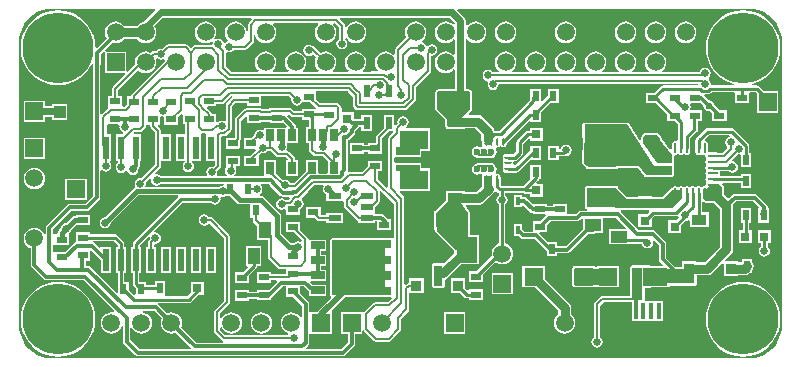
<source format=gtl>
G04 Layer_Physical_Order=1*
G04 Layer_Color=255*
%FSAX25Y25*%
%MOIN*%
G70*
G01*
G75*
%ADD10R,0.02362X0.07480*%
%ADD11R,0.03543X0.02362*%
%ADD12R,0.03150X0.03150*%
%ADD13R,0.04724X0.05512*%
%ADD14R,0.06102X0.07480*%
%ADD15R,0.01575X0.05512*%
%ADD16R,0.02362X0.03937*%
G04:AMPARAMS|DCode=17|XSize=9.84mil|YSize=23.62mil|CornerRadius=2.46mil|HoleSize=0mil|Usage=FLASHONLY|Rotation=270.000|XOffset=0mil|YOffset=0mil|HoleType=Round|Shape=RoundedRectangle|*
%AMROUNDEDRECTD17*
21,1,0.00984,0.01870,0,0,270.0*
21,1,0.00492,0.02362,0,0,270.0*
1,1,0.00492,-0.00935,-0.00246*
1,1,0.00492,-0.00935,0.00246*
1,1,0.00492,0.00935,0.00246*
1,1,0.00492,0.00935,-0.00246*
%
%ADD17ROUNDEDRECTD17*%
G04:AMPARAMS|DCode=18|XSize=9.84mil|YSize=23.62mil|CornerRadius=2.46mil|HoleSize=0mil|Usage=FLASHONLY|Rotation=180.000|XOffset=0mil|YOffset=0mil|HoleType=Round|Shape=RoundedRectangle|*
%AMROUNDEDRECTD18*
21,1,0.00984,0.01870,0,0,180.0*
21,1,0.00492,0.02362,0,0,180.0*
1,1,0.00492,-0.00246,0.00935*
1,1,0.00492,0.00246,0.00935*
1,1,0.00492,0.00246,-0.00935*
1,1,0.00492,-0.00246,-0.00935*
%
%ADD18ROUNDEDRECTD18*%
G04:AMPARAMS|DCode=19|XSize=9.84mil|YSize=53.15mil|CornerRadius=2.46mil|HoleSize=0mil|Usage=FLASHONLY|Rotation=270.000|XOffset=0mil|YOffset=0mil|HoleType=Round|Shape=RoundedRectangle|*
%AMROUNDEDRECTD19*
21,1,0.00984,0.04823,0,0,270.0*
21,1,0.00492,0.05315,0,0,270.0*
1,1,0.00492,-0.02411,-0.00246*
1,1,0.00492,-0.02411,0.00246*
1,1,0.00492,0.02411,0.00246*
1,1,0.00492,0.02411,-0.00246*
%
%ADD19ROUNDEDRECTD19*%
G04:AMPARAMS|DCode=20|XSize=9.84mil|YSize=66.93mil|CornerRadius=2.46mil|HoleSize=0mil|Usage=FLASHONLY|Rotation=270.000|XOffset=0mil|YOffset=0mil|HoleType=Round|Shape=RoundedRectangle|*
%AMROUNDEDRECTD20*
21,1,0.00984,0.06201,0,0,270.0*
21,1,0.00492,0.06693,0,0,270.0*
1,1,0.00492,-0.03100,-0.00246*
1,1,0.00492,-0.03100,0.00246*
1,1,0.00492,0.03100,0.00246*
1,1,0.00492,0.03100,-0.00246*
%
%ADD20ROUNDEDRECTD20*%
G04:AMPARAMS|DCode=21|XSize=9.84mil|YSize=27.56mil|CornerRadius=2.46mil|HoleSize=0mil|Usage=FLASHONLY|Rotation=270.000|XOffset=0mil|YOffset=0mil|HoleType=Round|Shape=RoundedRectangle|*
%AMROUNDEDRECTD21*
21,1,0.00984,0.02264,0,0,270.0*
21,1,0.00492,0.02756,0,0,270.0*
1,1,0.00492,-0.01132,-0.00246*
1,1,0.00492,-0.01132,0.00246*
1,1,0.00492,0.01132,0.00246*
1,1,0.00492,0.01132,-0.00246*
%
%ADD21ROUNDEDRECTD21*%
%ADD22R,0.03937X0.05512*%
%ADD23R,0.04724X0.02559*%
%ADD24R,0.05512X0.03937*%
%ADD25R,0.02362X0.03543*%
%ADD26R,0.09449X0.06299*%
%ADD27R,0.01772X0.02756*%
%ADD28R,0.03150X0.03150*%
%ADD29R,0.05118X0.03543*%
%ADD30R,0.03543X0.05118*%
%ADD31R,0.07008X0.08504*%
%ADD32R,0.03543X0.03740*%
%ADD33R,0.02756X0.03937*%
%ADD34R,0.04331X0.02362*%
%ADD35O,0.03543X0.00984*%
%ADD36O,0.00984X0.03543*%
%ADD37R,0.09449X0.09449*%
%ADD38R,0.03937X0.03937*%
%ADD39R,0.08661X0.04134*%
%ADD40R,0.06299X0.05905*%
%ADD41C,0.03150*%
%ADD42C,0.00800*%
%ADD43C,0.00799*%
%ADD44C,0.02362*%
%ADD45C,0.01181*%
%ADD46C,0.01500*%
%ADD47C,0.01000*%
%ADD48C,0.01968*%
%ADD49R,0.02362X0.06299*%
%ADD50R,0.03642X0.10827*%
%ADD51R,0.01476X0.07579*%
%ADD52R,0.14961X0.05118*%
%ADD53R,0.14173X0.05512*%
%ADD54R,0.02756X0.04331*%
%ADD55R,0.05512X0.13780*%
%ADD56R,0.07874X0.02756*%
%ADD57R,0.07874X0.02362*%
%ADD58R,0.05216X0.03150*%
%ADD59R,0.03150X0.06791*%
%ADD60O,0.03937X0.06299*%
%ADD61C,0.05905*%
%ADD62R,0.05905X0.05905*%
%ADD63R,0.05905X0.05905*%
%ADD64C,0.23622*%
%ADD65C,0.02362*%
%ADD66C,0.01968*%
%ADD67C,0.02500*%
G36*
X0305811Y0356329D02*
X0305736Y0355953D01*
X0305879Y0355231D01*
X0306288Y0354619D01*
X0306900Y0354210D01*
X0306946Y0354201D01*
X0307101Y0353726D01*
X0306830Y0353403D01*
X0304463D01*
Y0344723D01*
X0305323D01*
Y0344012D01*
X0305009Y0343802D01*
X0304600Y0343190D01*
X0304456Y0342469D01*
X0304600Y0341747D01*
X0305009Y0341135D01*
X0305621Y0340726D01*
X0306343Y0340582D01*
X0307064Y0340726D01*
X0307676Y0341135D01*
X0307859Y0341408D01*
X0308390Y0341302D01*
X0308438Y0341058D01*
X0308847Y0340446D01*
X0309459Y0340037D01*
X0310181Y0339893D01*
X0310903Y0340037D01*
X0311515Y0340446D01*
X0311924Y0341058D01*
X0312067Y0341779D01*
X0312039Y0341921D01*
X0312102Y0341984D01*
X0312102Y0341984D01*
X0312366Y0342378D01*
X0312458Y0342843D01*
Y0344723D01*
X0313025D01*
Y0353403D01*
X0310695D01*
X0310475Y0353896D01*
X0310672Y0354146D01*
X0312642D01*
X0313032Y0354223D01*
X0313363Y0354444D01*
X0314347Y0355429D01*
X0314568Y0355759D01*
X0314646Y0356150D01*
Y0356154D01*
X0314699Y0356632D01*
X0316052D01*
Y0356248D01*
X0316129Y0355858D01*
X0316350Y0355527D01*
X0317627Y0354251D01*
Y0343383D01*
X0313111Y0338867D01*
X0312740Y0338941D01*
X0312018Y0338798D01*
X0311406Y0338389D01*
X0310998Y0337777D01*
X0310854Y0337055D01*
X0310998Y0336333D01*
X0311057Y0336244D01*
X0310854Y0335648D01*
X0310586Y0335469D01*
X0310586Y0335469D01*
X0300952Y0325836D01*
X0300306Y0325707D01*
X0299694Y0325298D01*
X0299285Y0324686D01*
X0299141Y0323965D01*
X0299285Y0323243D01*
X0299694Y0322631D01*
X0300306Y0322222D01*
X0301028Y0322078D01*
X0301749Y0322222D01*
X0302361Y0322631D01*
X0302770Y0323243D01*
X0302899Y0323889D01*
X0312088Y0333079D01*
X0325200D01*
X0325346Y0332798D01*
X0325378Y0332579D01*
X0310451Y0317651D01*
X0310208Y0317287D01*
X0310122Y0316858D01*
X0310122Y0316858D01*
Y0316002D01*
X0309463D01*
Y0307321D01*
X0310122D01*
Y0303709D01*
X0310122Y0303709D01*
X0310208Y0303279D01*
X0310451Y0302916D01*
X0311156Y0302211D01*
Y0300086D01*
X0310656Y0299879D01*
X0308813Y0301722D01*
Y0304387D01*
X0307366D01*
Y0307321D01*
X0308025D01*
Y0316002D01*
X0307366D01*
Y0317075D01*
X0307280Y0317504D01*
X0307037Y0317868D01*
X0307037Y0317868D01*
X0305069Y0319836D01*
X0304705Y0320079D01*
X0304276Y0320165D01*
X0304275Y0320165D01*
X0296017D01*
Y0320824D01*
X0291274D01*
Y0317441D01*
X0291114Y0317409D01*
X0290720Y0317146D01*
X0290720Y0317146D01*
X0287805Y0314230D01*
X0284089D01*
Y0314230D01*
X0283639Y0314351D01*
Y0316452D01*
X0284089Y0316573D01*
X0284139Y0316573D01*
X0288832D01*
Y0320135D01*
X0289078Y0320534D01*
X0289271Y0320662D01*
X0289680Y0321274D01*
X0289808Y0321921D01*
X0290853Y0322965D01*
X0291274Y0323168D01*
Y0323168D01*
X0291274Y0323168D01*
X0296017D01*
Y0326730D01*
X0291274D01*
Y0326325D01*
X0290890D01*
X0290363Y0326220D01*
X0289916Y0325922D01*
X0289916Y0325922D01*
X0287862Y0323867D01*
X0287215Y0323739D01*
X0286603Y0323330D01*
X0286194Y0322718D01*
X0286066Y0322071D01*
X0285487Y0321493D01*
X0285189Y0321046D01*
X0285084Y0320520D01*
Y0320135D01*
X0284139D01*
X0284089Y0320135D01*
X0283639Y0320256D01*
Y0321789D01*
X0289719Y0327869D01*
X0294827D01*
X0294827Y0327869D01*
X0295291Y0327961D01*
X0295685Y0328224D01*
X0299031Y0331571D01*
X0299032Y0331571D01*
X0299295Y0331965D01*
X0299387Y0332429D01*
Y0341382D01*
X0299887Y0341534D01*
X0299891Y0341528D01*
X0300503Y0341120D01*
X0301224Y0340976D01*
X0301946Y0341120D01*
X0302558Y0341528D01*
X0302967Y0342140D01*
X0303111Y0342862D01*
X0302967Y0343584D01*
X0302558Y0344196D01*
X0302518Y0344223D01*
X0302670Y0344723D01*
X0303025D01*
Y0353403D01*
X0301457D01*
Y0356702D01*
X0301904Y0356829D01*
Y0356829D01*
X0305427D01*
X0305811Y0356329D01*
D02*
G37*
G36*
X0316316Y0338483D02*
X0316267Y0338236D01*
X0316411Y0337514D01*
X0316820Y0336902D01*
X0317432Y0336494D01*
X0318154Y0336350D01*
X0318875Y0336494D01*
X0319487Y0336902D01*
X0319567Y0337022D01*
X0340631D01*
X0340701Y0336826D01*
X0340446Y0336454D01*
X0340334Y0336370D01*
X0339676Y0336239D01*
X0339067Y0335832D01*
X0314678D01*
X0314442Y0336273D01*
X0314483Y0336333D01*
X0314626Y0337055D01*
X0314553Y0337426D01*
X0315856Y0338729D01*
X0316316Y0338483D01*
D02*
G37*
G36*
X0422681Y0367370D02*
Y0361858D01*
X0419138Y0358315D01*
Y0356347D01*
X0414807D01*
X0414807Y0358479D01*
X0411657Y0361858D01*
Y0367370D01*
X0412051Y0367764D01*
X0422287D01*
X0422681Y0367370D01*
D02*
G37*
G36*
X0343225Y0366136D02*
X0343339Y0365611D01*
X0343220Y0365532D01*
X0341435Y0363746D01*
X0341213Y0363415D01*
X0341136Y0363025D01*
Y0358017D01*
X0340695Y0357781D01*
X0340529Y0357892D01*
X0339807Y0358036D01*
X0339085Y0357892D01*
X0338473Y0357483D01*
X0338446Y0357443D01*
X0337947Y0357595D01*
Y0360391D01*
X0336553D01*
X0336517Y0360575D01*
X0336296Y0360906D01*
X0334929Y0362273D01*
X0335120Y0362735D01*
X0337947D01*
Y0363496D01*
X0339906D01*
X0340296Y0363574D01*
X0340627Y0363795D01*
X0343004Y0366173D01*
X0343225Y0366136D01*
D02*
G37*
G36*
X0326805Y0359995D02*
Y0356829D01*
X0327764D01*
Y0353403D01*
X0324463D01*
Y0344723D01*
X0327485D01*
X0327637Y0344223D01*
X0327450Y0344098D01*
X0327041Y0343486D01*
X0326897Y0342764D01*
X0327041Y0342042D01*
X0327450Y0341430D01*
X0328062Y0341021D01*
X0328783Y0340878D01*
X0329505Y0341021D01*
X0330117Y0341430D01*
X0330526Y0342042D01*
X0330670Y0342764D01*
X0330526Y0343486D01*
X0330117Y0344098D01*
X0329930Y0344223D01*
X0330081Y0344723D01*
X0333025D01*
Y0353319D01*
X0333370Y0353760D01*
X0333409Y0353752D01*
X0334108D01*
X0334463Y0353403D01*
Y0344723D01*
X0337607D01*
Y0343284D01*
X0336930Y0342608D01*
X0336559Y0342682D01*
X0335837Y0342538D01*
X0335225Y0342129D01*
X0334816Y0341517D01*
X0334673Y0340795D01*
X0334816Y0340073D01*
X0334899Y0339950D01*
X0334632Y0339450D01*
X0319567D01*
X0319487Y0339570D01*
X0318875Y0339979D01*
X0318154Y0340123D01*
X0317907Y0340073D01*
X0317661Y0340534D01*
X0319366Y0342240D01*
X0319587Y0342571D01*
X0319665Y0342961D01*
Y0344723D01*
X0323025D01*
Y0353403D01*
X0319665D01*
Y0354673D01*
X0319587Y0355063D01*
X0319366Y0355394D01*
X0318590Y0356170D01*
X0318781Y0356632D01*
X0319443D01*
Y0359127D01*
X0319829Y0359444D01*
X0320124Y0359385D01*
X0320317Y0359424D01*
X0320703Y0359107D01*
Y0356632D01*
X0325447D01*
Y0359343D01*
X0326306Y0360202D01*
X0326805Y0359995D01*
D02*
G37*
G36*
X0344838Y0330668D02*
X0345284Y0330370D01*
X0345811Y0330265D01*
X0349443D01*
Y0325727D01*
X0350205D01*
Y0324752D01*
X0350283Y0324362D01*
X0350504Y0324031D01*
X0351707Y0322828D01*
Y0318345D01*
X0355323D01*
Y0312547D01*
X0355401Y0312157D01*
X0355622Y0311827D01*
X0358575Y0308874D01*
X0358905Y0308653D01*
X0359295Y0308575D01*
X0361254D01*
Y0306775D01*
X0356450D01*
Y0307537D01*
X0351707D01*
Y0303975D01*
X0356450D01*
Y0304737D01*
X0358071D01*
X0358263Y0304275D01*
X0355620Y0301631D01*
X0351707D01*
Y0300966D01*
X0348970D01*
Y0301533D01*
X0344227D01*
Y0297971D01*
X0348970D01*
Y0298538D01*
X0351707D01*
Y0298069D01*
X0356450D01*
Y0299029D01*
X0360192Y0302770D01*
X0361254D01*
Y0299349D01*
X0363690D01*
X0366644Y0296395D01*
Y0292571D01*
X0366292Y0292434D01*
X0366144Y0292434D01*
X0365609Y0293132D01*
X0364866Y0293702D01*
X0364002Y0294060D01*
X0363075Y0294182D01*
X0362147Y0294060D01*
X0361283Y0293702D01*
X0360541Y0293132D01*
X0359971Y0292390D01*
X0359613Y0291526D01*
X0359491Y0290598D01*
X0359613Y0289671D01*
X0359971Y0288807D01*
X0360541Y0288065D01*
X0361283Y0287495D01*
X0361849Y0287261D01*
X0362053Y0286687D01*
X0362048Y0286661D01*
X0361939Y0286500D01*
X0341115D01*
X0339350Y0288265D01*
Y0289001D01*
X0339850Y0289100D01*
X0339971Y0288807D01*
X0340541Y0288065D01*
X0341283Y0287495D01*
X0342147Y0287137D01*
X0343075Y0287015D01*
X0344002Y0287137D01*
X0344866Y0287495D01*
X0345609Y0288065D01*
X0346178Y0288807D01*
X0346536Y0289671D01*
X0346658Y0290598D01*
X0346536Y0291526D01*
X0346178Y0292390D01*
X0345609Y0293132D01*
X0344866Y0293702D01*
X0344002Y0294060D01*
X0343075Y0294182D01*
X0342147Y0294060D01*
X0341283Y0293702D01*
X0340541Y0293132D01*
X0339971Y0292390D01*
X0339850Y0292097D01*
X0339350Y0292196D01*
Y0293720D01*
X0342398Y0296767D01*
X0342619Y0297098D01*
X0342696Y0297488D01*
Y0319339D01*
X0342619Y0319729D01*
X0342398Y0320059D01*
X0336886Y0325571D01*
X0336555Y0325792D01*
X0336165Y0325870D01*
X0335642D01*
X0335432Y0326184D01*
X0334820Y0326593D01*
X0334098Y0326737D01*
X0333377Y0326593D01*
X0332765Y0326184D01*
X0332356Y0325572D01*
X0332212Y0324850D01*
X0332356Y0324129D01*
X0332765Y0323517D01*
X0333377Y0323108D01*
X0334098Y0322964D01*
X0334820Y0323108D01*
X0335432Y0323517D01*
X0336043Y0323531D01*
X0340658Y0318916D01*
Y0297910D01*
X0337610Y0294862D01*
X0337389Y0294532D01*
X0337312Y0294142D01*
Y0287842D01*
X0337389Y0287453D01*
X0337610Y0287122D01*
X0339972Y0284760D01*
X0340303Y0284539D01*
X0340313Y0284537D01*
X0340264Y0284037D01*
X0331353D01*
X0326297Y0289093D01*
X0326536Y0289671D01*
X0326658Y0290598D01*
X0326536Y0291526D01*
X0326178Y0292390D01*
X0325609Y0293132D01*
X0324867Y0293702D01*
X0324002Y0294060D01*
X0323075Y0294182D01*
X0322147Y0294060D01*
X0321569Y0293820D01*
X0318717Y0296673D01*
X0318598Y0296753D01*
X0318750Y0297252D01*
X0328882D01*
X0328882Y0297252D01*
X0329311Y0297338D01*
X0329675Y0297581D01*
X0332132Y0300038D01*
X0333911D01*
Y0304387D01*
X0329561D01*
Y0300640D01*
X0328417Y0299496D01*
X0321153D01*
X0321017Y0299939D01*
X0321017D01*
Y0304683D01*
X0317455D01*
Y0303334D01*
X0314718D01*
Y0304387D01*
X0312366D01*
Y0307321D01*
X0313025D01*
Y0316002D01*
X0312626D01*
X0312474Y0316502D01*
X0315475Y0319503D01*
X0315936Y0319256D01*
X0315874Y0318945D01*
X0315947Y0318574D01*
X0315523Y0318150D01*
X0315302Y0317819D01*
X0315225Y0317429D01*
Y0316002D01*
X0314463D01*
Y0307321D01*
X0318025D01*
Y0316002D01*
X0317263D01*
Y0316661D01*
X0317740Y0317062D01*
X0317760Y0317059D01*
X0318482Y0317202D01*
X0319094Y0317611D01*
X0319502Y0318223D01*
X0319646Y0318945D01*
X0319502Y0319667D01*
X0319094Y0320279D01*
X0318482Y0320688D01*
X0317760Y0320831D01*
X0317448Y0320769D01*
X0317202Y0321230D01*
X0326689Y0330717D01*
X0336166D01*
X0336308Y0330505D01*
X0336920Y0330096D01*
X0337642Y0329952D01*
X0338364Y0330096D01*
X0338976Y0330505D01*
X0339384Y0331117D01*
X0339528Y0331839D01*
X0339430Y0332331D01*
X0339479Y0332416D01*
X0339832Y0332722D01*
X0340398Y0332610D01*
X0341120Y0332753D01*
X0341209Y0332813D01*
X0342693D01*
X0344838Y0330668D01*
D02*
G37*
G36*
X0396497Y0298683D02*
X0396506Y0298641D01*
X0395290Y0297425D01*
X0390890D01*
X0390500Y0297347D01*
X0390169Y0297126D01*
X0387315Y0294272D01*
X0387206Y0294110D01*
X0386706Y0294151D01*
Y0294151D01*
X0379601D01*
Y0287046D01*
X0381940D01*
Y0284152D01*
X0379659Y0281871D01*
X0368248D01*
X0368041Y0282371D01*
X0368717Y0283047D01*
X0368980Y0283441D01*
X0369072Y0283906D01*
X0369072Y0283906D01*
Y0286925D01*
X0369522Y0287046D01*
X0369572Y0287046D01*
X0376628D01*
Y0294151D01*
X0376628D01*
X0376461Y0294554D01*
X0381009Y0299102D01*
X0396261D01*
X0396497Y0298683D01*
D02*
G37*
G36*
X0319853Y0292104D02*
X0319614Y0291526D01*
X0319491Y0290598D01*
X0319614Y0289671D01*
X0319971Y0288807D01*
X0320541Y0288065D01*
X0321283Y0287495D01*
X0322147Y0287137D01*
X0323075Y0287015D01*
X0324002Y0287137D01*
X0324580Y0287376D01*
X0329585Y0282371D01*
X0329378Y0281871D01*
X0312456D01*
X0309426Y0284900D01*
Y0288816D01*
X0309927Y0288915D01*
X0309971Y0288807D01*
X0310541Y0288065D01*
X0311283Y0287495D01*
X0312147Y0287137D01*
X0313075Y0287015D01*
X0314002Y0287137D01*
X0314866Y0287495D01*
X0315609Y0288065D01*
X0316178Y0288807D01*
X0316536Y0289671D01*
X0316658Y0290598D01*
X0316536Y0291526D01*
X0316178Y0292390D01*
X0315609Y0293132D01*
X0314866Y0293702D01*
X0314002Y0294060D01*
X0313688Y0294101D01*
X0313721Y0294601D01*
X0317355D01*
X0319853Y0292104D01*
D02*
G37*
G36*
X0396402Y0315500D02*
X0394433D01*
Y0313000D01*
X0396402D01*
Y0310244D01*
X0394433D01*
Y0307764D01*
X0396402D01*
Y0305008D01*
X0394433D01*
Y0302508D01*
X0396402D01*
Y0299752D01*
X0376716D01*
Y0318256D01*
X0396402D01*
Y0315500D01*
D02*
G37*
G36*
X0355776Y0336900D02*
X0355821Y0336673D01*
X0356084Y0336279D01*
X0359316Y0333047D01*
X0359316Y0333047D01*
X0359710Y0332784D01*
X0360174Y0332692D01*
X0362451D01*
X0362642Y0332230D01*
X0362105Y0331692D01*
X0361024D01*
X0360539Y0332016D01*
X0359817Y0332159D01*
X0359095Y0332016D01*
X0358484Y0331607D01*
X0358075Y0330995D01*
X0357931Y0330273D01*
X0358075Y0329551D01*
X0358484Y0328939D01*
X0359095Y0328531D01*
X0359817Y0328387D01*
X0360539Y0328531D01*
X0360656Y0328609D01*
X0361156Y0328341D01*
Y0326711D01*
X0365899D01*
Y0328530D01*
X0366062Y0328562D01*
X0366674Y0328971D01*
X0367083Y0329583D01*
X0367226Y0330305D01*
X0367083Y0331027D01*
X0366674Y0331638D01*
X0366567Y0331710D01*
X0366518Y0332207D01*
X0368367Y0334055D01*
X0368588Y0334386D01*
X0368618Y0334539D01*
X0370680Y0336602D01*
X0373566D01*
X0373801Y0336161D01*
X0373699Y0336008D01*
X0373556Y0335286D01*
X0373699Y0334564D01*
X0374108Y0333952D01*
X0374720Y0333544D01*
X0374739Y0333540D01*
Y0331239D01*
X0380269D01*
X0380619Y0330883D01*
Y0329673D01*
X0380696Y0329283D01*
X0380917Y0328953D01*
X0385051Y0324819D01*
X0385368Y0324606D01*
Y0323758D01*
X0390899D01*
Y0324424D01*
X0391569D01*
Y0321593D01*
X0396313D01*
Y0325155D01*
X0395169D01*
X0394996Y0325413D01*
X0393914Y0326496D01*
X0393520Y0326759D01*
X0393055Y0326852D01*
X0393055Y0326852D01*
X0390975D01*
X0390899Y0327321D01*
Y0327498D01*
X0390899D01*
Y0329261D01*
X0392201Y0330563D01*
X0392422Y0330894D01*
X0392499Y0331284D01*
Y0334317D01*
X0392779Y0334491D01*
X0392989Y0334534D01*
X0397154Y0330369D01*
Y0319170D01*
X0396972Y0318914D01*
X0396654Y0318801D01*
X0396402Y0318905D01*
X0376716D01*
X0376257Y0318715D01*
X0376067Y0318256D01*
Y0299752D01*
X0376257Y0299293D01*
X0376319Y0298981D01*
X0371933Y0294595D01*
X0371636Y0294151D01*
X0369572D01*
X0369522Y0294151D01*
X0369072Y0294272D01*
Y0296898D01*
X0368980Y0297362D01*
X0368717Y0297756D01*
X0368717Y0297756D01*
X0365998Y0300475D01*
Y0302770D01*
X0367257D01*
X0368833Y0301194D01*
Y0299624D01*
X0374758D01*
Y0303383D01*
X0370077D01*
X0369298Y0304163D01*
X0369490Y0304624D01*
X0374758D01*
Y0308383D01*
X0373009D01*
Y0309624D01*
X0374758D01*
Y0313384D01*
X0373009D01*
Y0314624D01*
X0374758D01*
Y0318384D01*
X0368833D01*
X0368613Y0318792D01*
X0368603Y0318843D01*
X0368382Y0319173D01*
X0365899Y0321656D01*
Y0324368D01*
X0361156D01*
Y0320806D01*
X0363867D01*
X0366469Y0318204D01*
X0366433Y0317886D01*
X0365923Y0317636D01*
X0365201Y0317780D01*
X0364479Y0317636D01*
X0363931Y0317270D01*
X0362917D01*
X0359684Y0320502D01*
Y0326232D01*
X0359684Y0326232D01*
X0359579Y0326758D01*
X0359281Y0327205D01*
X0353871Y0332615D01*
X0353424Y0332913D01*
X0352898Y0333018D01*
X0352654D01*
X0352502Y0333518D01*
X0352857Y0333756D01*
X0353266Y0334368D01*
X0353410Y0335089D01*
X0353266Y0335811D01*
X0352857Y0336423D01*
X0352709Y0336522D01*
X0352861Y0337022D01*
X0355653D01*
X0355776Y0336900D01*
D02*
G37*
G36*
X0305122Y0316610D02*
Y0316002D01*
X0304463D01*
Y0307321D01*
X0305122D01*
Y0302705D01*
X0305122Y0302705D01*
X0305208Y0302275D01*
X0305250Y0302212D01*
Y0300852D01*
X0304788Y0300660D01*
X0296276Y0309173D01*
X0295882Y0309436D01*
X0295417Y0309529D01*
X0295417Y0309529D01*
X0294663D01*
Y0311357D01*
X0296017D01*
Y0314464D01*
X0296517Y0314671D01*
X0299463Y0311726D01*
Y0307321D01*
X0303025D01*
Y0316002D01*
X0299463D01*
Y0315812D01*
X0299001Y0315621D01*
X0297476Y0317146D01*
X0297083Y0317409D01*
X0297018Y0317422D01*
X0297067Y0317922D01*
X0303811D01*
X0305122Y0316610D01*
D02*
G37*
G36*
X0349918Y0391816D02*
X0348830Y0390729D01*
X0348609Y0390398D01*
X0348532Y0390008D01*
Y0387926D01*
X0348032Y0387894D01*
X0347961Y0388427D01*
X0347603Y0389292D01*
X0347034Y0390034D01*
X0346292Y0390603D01*
X0345427Y0390961D01*
X0344500Y0391083D01*
X0343573Y0390961D01*
X0342708Y0390603D01*
X0341966Y0390034D01*
X0341397Y0389292D01*
X0341039Y0388427D01*
X0340917Y0387500D01*
X0341039Y0386573D01*
X0341397Y0385708D01*
X0341916Y0385031D01*
X0341876Y0384753D01*
X0341764Y0384491D01*
X0341644Y0384467D01*
X0341032Y0384058D01*
X0341017Y0384034D01*
X0340486Y0384140D01*
X0340467Y0384234D01*
X0340058Y0384846D01*
X0339446Y0385255D01*
X0338724Y0385398D01*
X0338003Y0385255D01*
X0337762Y0385094D01*
X0337416Y0385464D01*
X0337603Y0385708D01*
X0337961Y0386573D01*
X0338083Y0387500D01*
X0337961Y0388427D01*
X0337603Y0389292D01*
X0337034Y0390034D01*
X0336292Y0390603D01*
X0335427Y0390961D01*
X0334500Y0391083D01*
X0333573Y0390961D01*
X0332708Y0390603D01*
X0331966Y0390034D01*
X0331397Y0389292D01*
X0331039Y0388427D01*
X0330917Y0387500D01*
X0331039Y0386573D01*
X0331397Y0385708D01*
X0331966Y0384966D01*
X0332708Y0384397D01*
X0333573Y0384039D01*
X0334500Y0383917D01*
X0335427Y0384039D01*
X0336292Y0384397D01*
X0336697Y0384708D01*
X0337067Y0384362D01*
X0336982Y0384234D01*
X0336838Y0383512D01*
X0336400Y0383154D01*
X0331047D01*
X0330657Y0383076D01*
X0330326Y0382855D01*
X0329571Y0382099D01*
X0328520Y0383150D01*
X0328189Y0383371D01*
X0327799Y0383449D01*
X0321992D01*
X0321602Y0383371D01*
X0321271Y0383150D01*
X0320083Y0381961D01*
X0319630Y0382052D01*
X0318908Y0381908D01*
X0318296Y0381499D01*
X0318086Y0381185D01*
X0317165D01*
X0316775Y0381107D01*
X0316444Y0380886D01*
X0316200Y0380642D01*
X0315427Y0380961D01*
X0314500Y0381083D01*
X0313573Y0380961D01*
X0312708Y0380603D01*
X0311966Y0380034D01*
X0311397Y0379292D01*
X0311039Y0378427D01*
X0310917Y0377500D01*
X0311017Y0376735D01*
X0308553Y0374270D01*
X0308053Y0374477D01*
Y0381053D01*
X0301189D01*
X0300982Y0381553D01*
X0303499Y0384069D01*
X0303573Y0384039D01*
X0304500Y0383917D01*
X0305427Y0384039D01*
X0306292Y0384397D01*
X0307034Y0384966D01*
X0307277Y0385283D01*
X0311723D01*
X0311966Y0384966D01*
X0312708Y0384397D01*
X0313573Y0384039D01*
X0314500Y0383917D01*
X0315427Y0384039D01*
X0316292Y0384397D01*
X0317034Y0384966D01*
X0317603Y0385708D01*
X0317961Y0386573D01*
X0318083Y0387500D01*
X0317961Y0388427D01*
X0317603Y0389292D01*
X0317450Y0389492D01*
X0320274Y0392316D01*
X0349711D01*
X0349918Y0391816D01*
D02*
G37*
G36*
X0317466Y0395298D02*
X0317657Y0394836D01*
X0313815Y0390993D01*
X0313573Y0390961D01*
X0312708Y0390603D01*
X0311966Y0390034D01*
X0311723Y0389717D01*
X0307277D01*
X0307034Y0390034D01*
X0306292Y0390603D01*
X0305427Y0390961D01*
X0304500Y0391083D01*
X0303573Y0390961D01*
X0302708Y0390603D01*
X0301966Y0390034D01*
X0301397Y0389292D01*
X0301039Y0388427D01*
X0300917Y0387500D01*
X0301039Y0386573D01*
X0301397Y0385708D01*
X0301530Y0385534D01*
X0298161Y0382165D01*
X0297721Y0382432D01*
X0297576Y0384278D01*
X0297120Y0386178D01*
X0296372Y0387983D01*
X0295351Y0389648D01*
X0294083Y0391134D01*
X0292597Y0392403D01*
X0290931Y0393423D01*
X0289127Y0394171D01*
X0287227Y0394627D01*
X0285279Y0394780D01*
X0283332Y0394627D01*
X0281433Y0394171D01*
X0279628Y0393423D01*
X0277962Y0392403D01*
X0276477Y0391134D01*
X0275208Y0389648D01*
X0274187Y0387983D01*
X0273439Y0386178D01*
X0272983Y0384278D01*
X0272830Y0382331D01*
X0272983Y0380383D01*
X0273439Y0378484D01*
X0274187Y0376679D01*
X0275208Y0375013D01*
X0276477Y0373528D01*
X0277962Y0372259D01*
X0279628Y0371238D01*
X0281433Y0370491D01*
X0283332Y0370035D01*
X0285279Y0369881D01*
X0287227Y0370035D01*
X0289127Y0370491D01*
X0290931Y0371238D01*
X0292597Y0372259D01*
X0294083Y0373528D01*
X0295351Y0375013D01*
X0296372Y0376679D01*
X0296472Y0376920D01*
X0296959Y0376837D01*
X0296959Y0376837D01*
Y0332932D01*
X0294324Y0330296D01*
X0289217D01*
X0289216Y0330297D01*
X0288752Y0330204D01*
X0288358Y0329941D01*
X0288358Y0329941D01*
X0281567Y0323150D01*
X0281304Y0322756D01*
X0281211Y0322291D01*
X0281211Y0322291D01*
Y0320190D01*
X0280711Y0320090D01*
X0280509Y0320579D01*
X0279939Y0321321D01*
X0279197Y0321891D01*
X0278333Y0322249D01*
X0277406Y0322371D01*
X0276478Y0322249D01*
X0275614Y0321891D01*
X0274872Y0321321D01*
X0274302Y0320579D01*
X0273944Y0319715D01*
X0273822Y0318787D01*
X0273944Y0317860D01*
X0274302Y0316996D01*
X0274872Y0316253D01*
X0275614Y0315684D01*
X0276192Y0315445D01*
Y0309988D01*
X0276192Y0309988D01*
X0276284Y0309524D01*
X0276547Y0309130D01*
X0280583Y0305094D01*
X0280976Y0304831D01*
X0281441Y0304739D01*
X0281441Y0304739D01*
X0293832D01*
X0304007Y0294563D01*
X0303774Y0294090D01*
X0303075Y0294182D01*
X0302147Y0294060D01*
X0301283Y0293702D01*
X0300541Y0293132D01*
X0299972Y0292390D01*
X0299613Y0291526D01*
X0299491Y0290598D01*
X0299613Y0289671D01*
X0299972Y0288807D01*
X0300541Y0288065D01*
X0301283Y0287495D01*
X0302147Y0287137D01*
X0303075Y0287015D01*
X0304002Y0287137D01*
X0304867Y0287495D01*
X0305609Y0288065D01*
X0306178Y0288807D01*
X0306536Y0289671D01*
X0306999Y0289548D01*
Y0284398D01*
X0306999Y0284398D01*
X0307091Y0283933D01*
X0307354Y0283539D01*
X0311094Y0279799D01*
X0311094Y0279799D01*
X0311488Y0279536D01*
X0311953Y0279444D01*
X0380161D01*
X0380161Y0279444D01*
X0380626Y0279536D01*
X0381020Y0279799D01*
X0384012Y0282791D01*
X0384012Y0282791D01*
X0384275Y0283185D01*
X0384367Y0283650D01*
X0384367Y0283650D01*
Y0287046D01*
X0386706D01*
Y0288018D01*
X0387206Y0288170D01*
X0387315Y0288008D01*
X0390661Y0284661D01*
X0390992Y0284440D01*
X0391382Y0284363D01*
X0395516D01*
X0395906Y0284440D01*
X0396236Y0284661D01*
X0399386Y0287811D01*
X0399607Y0288141D01*
X0399685Y0288531D01*
Y0291948D01*
X0402142Y0294405D01*
X0402363Y0294736D01*
X0402440Y0295126D01*
Y0300530D01*
X0407139D01*
Y0305470D01*
X0402396D01*
Y0304019D01*
X0402307D01*
X0401917Y0303942D01*
X0401586Y0303721D01*
X0401229Y0303363D01*
X0400767Y0303555D01*
Y0332035D01*
X0400690Y0332425D01*
X0400469Y0332756D01*
X0399102Y0334123D01*
X0399293Y0334585D01*
X0409206D01*
Y0342084D01*
X0406401D01*
Y0343354D01*
X0406211Y0343813D01*
X0405752Y0344004D01*
X0397878D01*
X0397822Y0343981D01*
X0397322Y0344315D01*
Y0345543D01*
X0397822Y0345878D01*
X0397878Y0345854D01*
X0405752D01*
X0406211Y0346045D01*
X0406401Y0346504D01*
Y0347971D01*
X0409206D01*
Y0355470D01*
X0401342D01*
X0401190Y0355970D01*
X0401672Y0356292D01*
X0402081Y0356904D01*
X0402225Y0357626D01*
X0402081Y0358348D01*
X0401672Y0358960D01*
X0401060Y0359369D01*
X0400339Y0359512D01*
X0399617Y0359369D01*
X0399005Y0358960D01*
X0398596Y0358348D01*
X0398452Y0357626D01*
X0398542Y0357173D01*
X0398220Y0356850D01*
X0397981Y0356691D01*
X0397895Y0356562D01*
X0397395Y0356714D01*
Y0359801D01*
X0393833D01*
Y0355480D01*
X0391596Y0353243D01*
X0391375Y0352912D01*
X0391298Y0352522D01*
Y0350549D01*
X0388616D01*
Y0349982D01*
X0387258D01*
Y0350549D01*
X0382514D01*
Y0346987D01*
X0387258D01*
Y0347554D01*
X0388616D01*
Y0346987D01*
X0393360D01*
Y0350549D01*
X0393336D01*
Y0352100D01*
X0395900Y0354664D01*
X0397065D01*
X0397108Y0354164D01*
X0395583Y0352638D01*
X0395361Y0352307D01*
X0395284Y0351917D01*
Y0335829D01*
X0394784Y0335622D01*
X0392007Y0338399D01*
Y0341081D01*
X0393360D01*
Y0344643D01*
X0391448D01*
X0391378Y0344690D01*
X0390988Y0344767D01*
X0390598Y0344690D01*
X0390529Y0344643D01*
X0388616D01*
Y0342818D01*
X0386639Y0340840D01*
X0382211D01*
X0382119Y0340896D01*
X0382048Y0340968D01*
X0381829Y0341289D01*
X0381867Y0341484D01*
X0381867Y0341484D01*
Y0351534D01*
X0382233Y0351607D01*
X0382627Y0351870D01*
X0384056Y0353300D01*
X0384319Y0353694D01*
X0384412Y0354158D01*
X0384412Y0354158D01*
Y0354549D01*
X0385853Y0355990D01*
X0386353Y0355951D01*
Y0354664D01*
X0389915D01*
Y0359801D01*
X0386353D01*
Y0358446D01*
X0385378D01*
X0385378Y0358446D01*
X0385378Y0358446D01*
X0383814D01*
X0383813Y0358447D01*
Y0360785D01*
X0379803D01*
Y0362252D01*
X0379725Y0362642D01*
X0379504Y0362973D01*
X0378914Y0363563D01*
X0378583Y0363784D01*
X0378193Y0363862D01*
X0372611D01*
X0371411Y0365062D01*
Y0367773D01*
X0371898Y0367805D01*
X0381828D01*
X0382055Y0367577D01*
X0382181Y0367390D01*
X0383533Y0366038D01*
Y0363176D01*
X0383611Y0362785D01*
X0383832Y0362455D01*
X0384094Y0362279D01*
X0384652Y0361722D01*
X0384983Y0361501D01*
X0385373Y0361423D01*
X0400890D01*
X0401281Y0361501D01*
X0401611Y0361722D01*
X0404292Y0364402D01*
X0404513Y0364733D01*
X0404591Y0365123D01*
Y0369097D01*
X0409426Y0373933D01*
X0409647Y0374263D01*
X0409724Y0374654D01*
Y0379623D01*
X0409796Y0379681D01*
X0410517Y0379825D01*
X0411129Y0380234D01*
X0411538Y0380846D01*
X0411682Y0381568D01*
X0411538Y0382289D01*
X0411129Y0382901D01*
X0410517Y0383310D01*
X0409796Y0383454D01*
X0409074Y0383310D01*
X0408613Y0383002D01*
X0408215Y0383045D01*
X0408028Y0383153D01*
X0407683Y0383670D01*
X0407071Y0384079D01*
X0406775Y0384137D01*
X0406650Y0384672D01*
X0407034Y0384966D01*
X0407603Y0385708D01*
X0407961Y0386573D01*
X0408083Y0387500D01*
X0407961Y0388427D01*
X0407603Y0389292D01*
X0407034Y0390034D01*
X0406292Y0390603D01*
X0405427Y0390961D01*
X0404500Y0391083D01*
X0403573Y0390961D01*
X0402708Y0390603D01*
X0401966Y0390034D01*
X0401397Y0389292D01*
X0401039Y0388427D01*
X0400917Y0387500D01*
X0401039Y0386573D01*
X0401359Y0385800D01*
X0397846Y0382288D01*
X0397625Y0381957D01*
X0397548Y0381567D01*
Y0380142D01*
X0397074Y0379981D01*
X0397034Y0380034D01*
X0396292Y0380603D01*
X0395427Y0380961D01*
X0394500Y0381083D01*
X0393573Y0380961D01*
X0392708Y0380603D01*
X0391966Y0380034D01*
X0391397Y0379292D01*
X0391039Y0378427D01*
X0390917Y0377500D01*
X0391039Y0376573D01*
X0391397Y0375708D01*
X0391966Y0374966D01*
X0392085Y0374875D01*
X0391924Y0374402D01*
X0389618D01*
X0389228Y0374324D01*
X0389185Y0374295D01*
X0386981D01*
X0386811Y0374795D01*
X0387034Y0374966D01*
X0387603Y0375708D01*
X0387961Y0376573D01*
X0388083Y0377500D01*
X0387961Y0378427D01*
X0387603Y0379292D01*
X0387034Y0380034D01*
X0386292Y0380603D01*
X0385427Y0380961D01*
X0384500Y0381083D01*
X0383573Y0380961D01*
X0382708Y0380603D01*
X0381966Y0380034D01*
X0381397Y0379292D01*
X0381039Y0378427D01*
X0380917Y0377500D01*
X0381039Y0376573D01*
X0381397Y0375708D01*
X0381966Y0374966D01*
X0382189Y0374795D01*
X0382019Y0374295D01*
X0376981D01*
X0376811Y0374795D01*
X0377034Y0374966D01*
X0377603Y0375708D01*
X0377961Y0376573D01*
X0378083Y0377500D01*
X0377961Y0378427D01*
X0377603Y0379292D01*
X0377034Y0380034D01*
X0376292Y0380603D01*
X0375427Y0380961D01*
X0374500Y0381083D01*
X0373573Y0380961D01*
X0372800Y0380642D01*
X0370686Y0382756D01*
X0370355Y0382977D01*
X0369965Y0383055D01*
X0369888Y0383040D01*
X0369655Y0383195D01*
X0368933Y0383339D01*
X0368211Y0383195D01*
X0367599Y0382786D01*
X0367190Y0382175D01*
X0367047Y0381453D01*
X0367190Y0380731D01*
X0367599Y0380119D01*
X0368211Y0379710D01*
X0368933Y0379567D01*
X0369655Y0379710D01*
X0370267Y0380119D01*
X0370424Y0380134D01*
X0371358Y0379200D01*
X0371039Y0378427D01*
X0370917Y0377500D01*
X0371039Y0376573D01*
X0371397Y0375708D01*
X0371966Y0374966D01*
X0372189Y0374795D01*
X0372019Y0374295D01*
X0366981D01*
X0366811Y0374795D01*
X0367034Y0374966D01*
X0367603Y0375708D01*
X0367961Y0376573D01*
X0368083Y0377500D01*
X0367961Y0378427D01*
X0367603Y0379292D01*
X0367034Y0380034D01*
X0366292Y0380603D01*
X0365427Y0380961D01*
X0364500Y0381083D01*
X0363573Y0380961D01*
X0362708Y0380603D01*
X0361966Y0380034D01*
X0361397Y0379292D01*
X0361039Y0378427D01*
X0360917Y0377500D01*
X0361039Y0376573D01*
X0361397Y0375708D01*
X0361966Y0374966D01*
X0362189Y0374795D01*
X0362019Y0374295D01*
X0356981D01*
X0356811Y0374795D01*
X0357034Y0374966D01*
X0357603Y0375708D01*
X0357961Y0376573D01*
X0358083Y0377500D01*
X0357961Y0378427D01*
X0357603Y0379292D01*
X0357034Y0380034D01*
X0356292Y0380603D01*
X0355427Y0380961D01*
X0354500Y0381083D01*
X0353573Y0380961D01*
X0352708Y0380603D01*
X0351966Y0380034D01*
X0351397Y0379292D01*
X0351039Y0378427D01*
X0350917Y0377500D01*
X0351039Y0376573D01*
X0351397Y0375708D01*
X0351966Y0374966D01*
X0352189Y0374795D01*
X0352019Y0374295D01*
X0342985D01*
X0341144Y0376136D01*
Y0380715D01*
X0341644Y0380982D01*
X0341644Y0380982D01*
X0342366Y0380838D01*
X0343088Y0380982D01*
X0343700Y0381391D01*
X0343910Y0381705D01*
X0347779D01*
X0348170Y0381782D01*
X0348500Y0382003D01*
X0350272Y0383775D01*
X0350493Y0384106D01*
X0350571Y0384496D01*
Y0386459D01*
X0351039Y0386573D01*
X0351397Y0385708D01*
X0351966Y0384966D01*
X0352708Y0384397D01*
X0353573Y0384039D01*
X0354500Y0383917D01*
X0355427Y0384039D01*
X0356292Y0384397D01*
X0357034Y0384966D01*
X0357603Y0385708D01*
X0357961Y0386573D01*
X0358083Y0387500D01*
X0357961Y0388427D01*
X0357603Y0389292D01*
X0357087Y0389965D01*
X0357211Y0390465D01*
X0371789D01*
X0371913Y0389965D01*
X0371397Y0389292D01*
X0371039Y0388427D01*
X0370917Y0387500D01*
X0371039Y0386573D01*
X0371397Y0385708D01*
X0371966Y0384966D01*
X0372708Y0384397D01*
X0373573Y0384039D01*
X0374500Y0383917D01*
X0375427Y0384039D01*
X0376292Y0384397D01*
X0377034Y0384966D01*
X0377603Y0385708D01*
X0377961Y0386573D01*
X0378083Y0387500D01*
X0377961Y0388427D01*
X0377603Y0389292D01*
X0377095Y0389954D01*
X0377240Y0390410D01*
X0377680Y0390457D01*
X0378847Y0389290D01*
Y0385252D01*
X0378532Y0385042D01*
X0378123Y0384431D01*
X0377980Y0383709D01*
X0378123Y0382987D01*
X0378532Y0382375D01*
X0379144Y0381966D01*
X0379866Y0381822D01*
X0380588Y0381966D01*
X0381200Y0382375D01*
X0381609Y0382987D01*
X0381752Y0383709D01*
X0381609Y0384431D01*
X0381200Y0385042D01*
X0381032Y0385155D01*
X0381057Y0385330D01*
X0381582Y0385467D01*
X0381966Y0384966D01*
X0382708Y0384397D01*
X0383573Y0384039D01*
X0384500Y0383917D01*
X0385427Y0384039D01*
X0386292Y0384397D01*
X0387034Y0384966D01*
X0387603Y0385708D01*
X0387961Y0386573D01*
X0388083Y0387500D01*
X0387961Y0388427D01*
X0387603Y0389292D01*
X0387034Y0390034D01*
X0386292Y0390603D01*
X0385427Y0390961D01*
X0384500Y0391083D01*
X0383573Y0390961D01*
X0382708Y0390603D01*
X0381966Y0390034D01*
X0381397Y0389292D01*
X0381386Y0389265D01*
X0380886Y0389365D01*
Y0389713D01*
X0380808Y0390103D01*
X0380587Y0390434D01*
X0379204Y0391816D01*
X0379412Y0392316D01*
X0415738D01*
X0417487Y0390567D01*
X0417450Y0390313D01*
X0417313Y0390221D01*
X0416916Y0390124D01*
X0416292Y0390603D01*
X0415427Y0390961D01*
X0414500Y0391083D01*
X0413573Y0390961D01*
X0412708Y0390603D01*
X0411966Y0390034D01*
X0411397Y0389292D01*
X0411039Y0388427D01*
X0410917Y0387500D01*
X0411039Y0386573D01*
X0411397Y0385708D01*
X0411966Y0384966D01*
X0412708Y0384397D01*
X0413573Y0384039D01*
X0414500Y0383917D01*
X0415427Y0384039D01*
X0416292Y0384397D01*
X0417034Y0384966D01*
X0417117Y0385075D01*
X0417617Y0384905D01*
Y0380095D01*
X0417117Y0379925D01*
X0417034Y0380034D01*
X0416292Y0380603D01*
X0415427Y0380961D01*
X0414500Y0381083D01*
X0413573Y0380961D01*
X0412708Y0380603D01*
X0411966Y0380034D01*
X0411397Y0379292D01*
X0411039Y0378427D01*
X0410917Y0377500D01*
X0411039Y0376573D01*
X0411397Y0375708D01*
X0411966Y0374966D01*
X0412708Y0374397D01*
X0413573Y0374039D01*
X0414500Y0373917D01*
X0415427Y0374039D01*
X0416292Y0374397D01*
X0417034Y0374966D01*
X0417117Y0375075D01*
X0417617Y0374905D01*
Y0368413D01*
X0412051D01*
X0411592Y0368223D01*
X0411536Y0368167D01*
X0411451D01*
Y0368082D01*
X0411198Y0367829D01*
X0411008Y0367370D01*
Y0361858D01*
X0411099Y0361638D01*
X0411182Y0361416D01*
X0414158Y0358223D01*
X0414158Y0356347D01*
X0414348Y0355887D01*
X0414502Y0355823D01*
Y0355254D01*
X0420821D01*
Y0355507D01*
X0424322D01*
X0426369Y0353460D01*
Y0351622D01*
X0426538Y0350774D01*
X0426690Y0350545D01*
Y0350097D01*
X0426756Y0349766D01*
X0426569Y0349354D01*
X0426048Y0349156D01*
X0425738Y0349363D01*
X0425043Y0349501D01*
X0424348Y0349363D01*
X0423759Y0348969D01*
X0423365Y0348380D01*
X0423227Y0347685D01*
X0423365Y0346990D01*
X0423759Y0346401D01*
X0424348Y0346007D01*
X0424605Y0345956D01*
X0424679Y0345845D01*
X0424959Y0345658D01*
X0425289Y0345592D01*
X0430112D01*
X0430442Y0345658D01*
X0430722Y0345845D01*
X0430909Y0346125D01*
X0430951Y0346333D01*
X0431052Y0346401D01*
X0431446Y0346990D01*
X0431584Y0347685D01*
X0431446Y0348380D01*
X0431174Y0348787D01*
X0431474Y0349237D01*
X0431490Y0349234D01*
X0431982D01*
X0432312Y0349300D01*
X0432592Y0349486D01*
X0432849D01*
X0433128Y0349300D01*
X0433459Y0349234D01*
X0433951D01*
X0434281Y0349300D01*
X0434561Y0349486D01*
X0434748Y0349766D01*
X0434813Y0350097D01*
Y0350554D01*
X0442288Y0358029D01*
X0442750Y0357838D01*
Y0357518D01*
X0446313D01*
Y0360872D01*
X0449258Y0363817D01*
X0452218D01*
Y0368561D01*
X0448656D01*
Y0366388D01*
X0446774Y0364506D01*
X0446313Y0364698D01*
Y0368561D01*
X0442750D01*
Y0366288D01*
X0442708Y0366225D01*
X0442623Y0365795D01*
X0442623Y0365795D01*
Y0364882D01*
X0432453Y0354712D01*
X0430738D01*
X0430635Y0355226D01*
X0430155Y0355946D01*
X0426808Y0359292D01*
X0426089Y0359773D01*
X0425240Y0359942D01*
X0425240Y0359942D01*
X0422336D01*
X0422145Y0360404D01*
X0423140Y0361399D01*
X0423330Y0361858D01*
Y0367370D01*
X0423140Y0367829D01*
X0423084Y0367885D01*
Y0368167D01*
X0422803D01*
X0422747Y0368223D01*
X0422287Y0368413D01*
X0421249D01*
Y0385079D01*
X0421749Y0385249D01*
X0421966Y0384966D01*
X0422708Y0384397D01*
X0423572Y0384039D01*
X0424500Y0383917D01*
X0425427Y0384039D01*
X0426292Y0384397D01*
X0427034Y0384966D01*
X0427603Y0385708D01*
X0427961Y0386573D01*
X0428083Y0387500D01*
X0427961Y0388427D01*
X0427603Y0389292D01*
X0427034Y0390034D01*
X0426292Y0390603D01*
X0425427Y0390961D01*
X0424500Y0391083D01*
X0423572Y0390961D01*
X0422708Y0390603D01*
X0421966Y0390034D01*
X0421749Y0389751D01*
X0421249Y0389921D01*
Y0391189D01*
X0421111Y0391884D01*
X0420717Y0392473D01*
X0418354Y0394836D01*
X0418546Y0395298D01*
X0515594D01*
Y0395297D01*
X0517315Y0395162D01*
X0518993Y0394759D01*
X0520587Y0394099D01*
X0522059Y0393197D01*
X0523371Y0392076D01*
X0524492Y0390764D01*
X0525394Y0389292D01*
X0526054Y0387698D01*
X0526457Y0386020D01*
X0526593Y0384299D01*
X0526593D01*
Y0289811D01*
X0526593D01*
X0526457Y0288090D01*
X0526054Y0286412D01*
X0525394Y0284818D01*
X0524492Y0283347D01*
X0523371Y0282034D01*
X0522059Y0280913D01*
X0520587Y0280012D01*
X0518993Y0279351D01*
X0517315Y0278948D01*
X0515594Y0278813D01*
Y0278813D01*
X0283311D01*
Y0278813D01*
X0281591Y0278948D01*
X0279912Y0279351D01*
X0278318Y0280012D01*
X0276847Y0280913D01*
X0275534Y0282034D01*
X0274413Y0283347D01*
X0273512Y0284818D01*
X0272851Y0286412D01*
X0272448Y0288090D01*
X0272313Y0289811D01*
X0272312D01*
Y0384299D01*
X0272313D01*
X0272448Y0386020D01*
X0272851Y0387698D01*
X0273512Y0389292D01*
X0274413Y0390764D01*
X0275534Y0392076D01*
X0276847Y0393197D01*
X0278318Y0394099D01*
X0279912Y0394759D01*
X0281591Y0395162D01*
X0283311Y0395297D01*
X0283311Y0395297D01*
Y0395297D01*
X0283811Y0395298D01*
X0317466D01*
D02*
G37*
G36*
X0363093Y0365280D02*
X0363019Y0364910D01*
X0363163Y0364188D01*
X0363572Y0363576D01*
X0364184Y0363167D01*
X0364906Y0363023D01*
X0365627Y0363167D01*
X0366239Y0363576D01*
X0366403Y0363821D01*
X0366668Y0364211D01*
X0369379D01*
X0371222Y0362368D01*
X0371015Y0361868D01*
X0366668D01*
Y0361106D01*
X0364048D01*
X0363249Y0361905D01*
X0362918Y0362126D01*
X0362528Y0362204D01*
X0356125D01*
X0355735Y0362126D01*
X0355405Y0361905D01*
X0355393Y0361893D01*
X0353411D01*
X0353210Y0362028D01*
X0352820Y0362105D01*
X0347992D01*
X0347602Y0362028D01*
X0347271Y0361807D01*
X0344598Y0359134D01*
X0344377Y0358803D01*
X0344300Y0358413D01*
Y0352438D01*
X0344084Y0352222D01*
X0341372D01*
Y0348660D01*
X0346116D01*
Y0351409D01*
X0346260Y0351626D01*
X0346338Y0352016D01*
Y0357991D01*
X0347800Y0359453D01*
X0348262Y0359262D01*
Y0357124D01*
X0353006D01*
Y0357692D01*
X0355939D01*
Y0357223D01*
X0360541D01*
X0361635Y0356129D01*
X0361443Y0355667D01*
X0353971D01*
Y0355017D01*
X0353471Y0354749D01*
X0353328Y0354845D01*
X0352606Y0354988D01*
X0351885Y0354845D01*
X0351273Y0354436D01*
X0350864Y0353824D01*
X0350757Y0353285D01*
X0349693Y0352222D01*
X0347376D01*
Y0348660D01*
X0351035D01*
X0351242Y0348160D01*
X0349399Y0346317D01*
X0347376D01*
Y0342754D01*
X0352120D01*
Y0346155D01*
X0353117Y0347152D01*
X0353488Y0347078D01*
X0354210Y0347222D01*
X0354822Y0347631D01*
X0355032Y0347945D01*
X0356117D01*
X0357886Y0346177D01*
X0358216Y0345956D01*
X0358606Y0345879D01*
X0361235D01*
X0361812Y0345302D01*
X0361620Y0344840D01*
X0361451D01*
Y0339703D01*
X0365407D01*
Y0344840D01*
X0364448D01*
Y0345126D01*
X0364371Y0345516D01*
X0364150Y0345847D01*
X0362378Y0347618D01*
X0362048Y0347839D01*
X0361658Y0347917D01*
X0361651D01*
X0361383Y0348417D01*
X0361530Y0348636D01*
X0361674Y0349358D01*
X0361540Y0350030D01*
X0361567Y0350169D01*
X0361760Y0350530D01*
X0365407D01*
Y0355667D01*
X0364643D01*
Y0356051D01*
X0364551Y0356516D01*
X0364287Y0356909D01*
X0364287Y0356909D01*
X0361671Y0359526D01*
X0361862Y0360029D01*
X0362201Y0360071D01*
X0362905Y0359366D01*
X0363236Y0359145D01*
X0363626Y0359067D01*
X0366668D01*
Y0358306D01*
X0368804D01*
Y0355765D01*
X0367947D01*
Y0350628D01*
X0368906D01*
Y0348374D01*
X0368984Y0347984D01*
X0369204Y0347653D01*
X0370470Y0346388D01*
X0370800Y0346167D01*
X0371191Y0346090D01*
X0373623D01*
X0375428Y0344285D01*
Y0340425D01*
X0371903D01*
Y0344939D01*
X0367947D01*
Y0341326D01*
X0363908Y0337287D01*
X0362742D01*
X0362401Y0337798D01*
X0361789Y0338207D01*
X0361067Y0338351D01*
X0360345Y0338207D01*
X0360293Y0338173D01*
X0357927Y0340539D01*
Y0344840D01*
X0353971D01*
Y0339703D01*
X0353576Y0339450D01*
X0344191D01*
X0344039Y0339950D01*
X0344192Y0340052D01*
X0344601Y0340664D01*
X0344744Y0341386D01*
X0344601Y0342108D01*
X0344503Y0342254D01*
X0344770Y0342754D01*
X0346116D01*
Y0346317D01*
X0341372D01*
Y0342754D01*
X0341372Y0342754D01*
X0341372D01*
X0341372Y0342754D01*
X0341248Y0342306D01*
X0341116Y0342108D01*
X0340972Y0341386D01*
X0341116Y0340664D01*
X0341525Y0340052D01*
X0341677Y0339950D01*
X0341525Y0339450D01*
X0338487D01*
X0338219Y0339950D01*
X0338302Y0340073D01*
X0338445Y0340795D01*
X0338371Y0341166D01*
X0339347Y0342142D01*
X0339568Y0342472D01*
X0339645Y0342862D01*
Y0352676D01*
X0339850Y0352881D01*
X0340739D01*
X0341129Y0352958D01*
X0341460Y0353179D01*
X0342876Y0354596D01*
X0343097Y0354926D01*
X0343174Y0355316D01*
Y0362603D01*
X0344363Y0363792D01*
X0348262D01*
Y0363030D01*
X0353006D01*
Y0366252D01*
X0362121D01*
X0363093Y0365280D01*
D02*
G37*
G36*
X0318908Y0378423D02*
X0319630Y0378279D01*
X0320352Y0378423D01*
X0320554Y0378558D01*
X0320953Y0378304D01*
X0320948Y0377807D01*
X0309952Y0366811D01*
X0309731Y0366481D01*
X0309655Y0366100D01*
X0308302D01*
Y0363586D01*
X0307397Y0362681D01*
X0307125D01*
X0306647Y0362735D01*
Y0366297D01*
X0305295D01*
Y0368129D01*
X0312060Y0374894D01*
X0312708Y0374397D01*
X0313573Y0374039D01*
X0314500Y0373917D01*
X0315427Y0374039D01*
X0316292Y0374397D01*
X0317034Y0374966D01*
X0317603Y0375708D01*
X0317961Y0376573D01*
X0318083Y0377500D01*
X0317961Y0378427D01*
X0318317Y0378783D01*
X0318350Y0378796D01*
X0318908Y0378423D01*
D02*
G37*
G36*
X0300947Y0380811D02*
Y0373947D01*
X0307523D01*
X0307730Y0373447D01*
X0303555Y0369272D01*
X0303334Y0368941D01*
X0303256Y0368551D01*
Y0366297D01*
X0301904D01*
Y0362735D01*
X0301904Y0362735D01*
X0301950Y0362235D01*
X0299887Y0360172D01*
X0299387Y0360379D01*
Y0376458D01*
X0299403Y0376481D01*
X0299495Y0376945D01*
X0299495Y0376945D01*
Y0380066D01*
X0300447Y0381018D01*
X0300947Y0380811D01*
D02*
G37*
%LPC*%
G36*
X0353104Y0316395D02*
X0347967D01*
Y0309683D01*
X0348385D01*
X0348576Y0309222D01*
X0346793Y0307439D01*
X0344227D01*
Y0303876D01*
X0348970D01*
Y0306443D01*
X0351328Y0308801D01*
X0351328Y0308801D01*
X0351572Y0309165D01*
X0351657Y0309594D01*
X0352146Y0309683D01*
X0353104D01*
Y0316395D01*
D02*
G37*
G36*
X0333025Y0316002D02*
X0329463D01*
Y0307321D01*
X0333025D01*
Y0316002D01*
D02*
G37*
G36*
X0338025D02*
X0334463D01*
Y0307321D01*
X0338025D01*
Y0316002D01*
D02*
G37*
G36*
X0323025D02*
X0319463D01*
Y0307321D01*
X0323025D01*
Y0316002D01*
D02*
G37*
G36*
X0328025D02*
X0324463D01*
Y0307321D01*
X0328025D01*
Y0316002D01*
D02*
G37*
G36*
X0353075Y0294182D02*
X0352147Y0294060D01*
X0351283Y0293702D01*
X0350541Y0293132D01*
X0349972Y0292390D01*
X0349613Y0291526D01*
X0349491Y0290598D01*
X0349613Y0289671D01*
X0349972Y0288807D01*
X0350541Y0288065D01*
X0351283Y0287495D01*
X0352147Y0287137D01*
X0353075Y0287015D01*
X0354002Y0287137D01*
X0354867Y0287495D01*
X0355609Y0288065D01*
X0356178Y0288807D01*
X0356536Y0289671D01*
X0356658Y0290598D01*
X0356536Y0291526D01*
X0356178Y0292390D01*
X0355609Y0293132D01*
X0354867Y0293702D01*
X0354002Y0294060D01*
X0353075Y0294182D01*
D02*
G37*
G36*
X0372789Y0329289D02*
X0368046D01*
Y0325727D01*
X0370757D01*
X0371665Y0324819D01*
X0371996Y0324598D01*
X0372386Y0324520D01*
X0374739D01*
Y0323758D01*
X0380269D01*
Y0327321D01*
X0374739D01*
Y0326559D01*
X0372808D01*
X0372789Y0326578D01*
Y0329289D01*
D02*
G37*
G36*
X0522887Y0321513D02*
X0518538D01*
Y0317164D01*
X0519591D01*
Y0316090D01*
X0519379Y0315948D01*
X0518970Y0315336D01*
X0518826Y0314614D01*
X0518970Y0313892D01*
X0519379Y0313280D01*
X0519991Y0312872D01*
X0520713Y0312728D01*
X0521434Y0312872D01*
X0522046Y0313280D01*
X0522455Y0313892D01*
X0522599Y0314614D01*
X0522455Y0315336D01*
X0522046Y0315948D01*
X0521834Y0316090D01*
Y0317164D01*
X0522887D01*
Y0321513D01*
D02*
G37*
G36*
X0472395Y0309506D02*
X0464896D01*
Y0309358D01*
X0464324D01*
Y0309506D01*
X0456825D01*
Y0309066D01*
X0456677Y0308709D01*
Y0303197D01*
X0456825Y0302840D01*
Y0302400D01*
X0464324D01*
Y0302547D01*
X0464896D01*
Y0302400D01*
X0472395D01*
Y0309506D01*
D02*
G37*
G36*
X0474500Y0391083D02*
X0473572Y0390961D01*
X0472708Y0390603D01*
X0471966Y0390034D01*
X0471397Y0389292D01*
X0471039Y0388427D01*
X0470917Y0387500D01*
X0471039Y0386573D01*
X0471397Y0385708D01*
X0471966Y0384966D01*
X0472708Y0384397D01*
X0473572Y0384039D01*
X0474500Y0383917D01*
X0475427Y0384039D01*
X0476292Y0384397D01*
X0477034Y0384966D01*
X0477603Y0385708D01*
X0477961Y0386573D01*
X0478083Y0387500D01*
X0477961Y0388427D01*
X0477603Y0389292D01*
X0477034Y0390034D01*
X0476292Y0390603D01*
X0475427Y0390961D01*
X0474500Y0391083D01*
D02*
G37*
G36*
X0420919Y0305470D02*
X0416176D01*
Y0300530D01*
X0419431D01*
X0420707Y0299254D01*
X0420707Y0299254D01*
X0421071Y0299011D01*
X0421500Y0298926D01*
X0422180D01*
Y0298266D01*
X0426923D01*
Y0301828D01*
X0422180D01*
Y0301661D01*
X0421679Y0301454D01*
X0420919Y0302215D01*
Y0305470D01*
D02*
G37*
G36*
X0516391Y0328797D02*
X0512829D01*
Y0324054D01*
X0513489D01*
Y0321513D01*
X0512239D01*
Y0317164D01*
X0516588D01*
Y0321513D01*
X0515732D01*
Y0324054D01*
X0516391D01*
Y0328797D01*
D02*
G37*
G36*
X0484500Y0391083D02*
X0483572Y0390961D01*
X0482708Y0390603D01*
X0481966Y0390034D01*
X0481397Y0389292D01*
X0481039Y0388427D01*
X0480917Y0387500D01*
X0481039Y0386573D01*
X0481397Y0385708D01*
X0481966Y0384966D01*
X0482708Y0384397D01*
X0483572Y0384039D01*
X0484500Y0383917D01*
X0485428Y0384039D01*
X0486292Y0384397D01*
X0487034Y0384966D01*
X0487603Y0385708D01*
X0487961Y0386573D01*
X0488083Y0387500D01*
X0487961Y0388427D01*
X0487603Y0389292D01*
X0487034Y0390034D01*
X0486292Y0390603D01*
X0485428Y0390961D01*
X0484500Y0391083D01*
D02*
G37*
G36*
X0494500D02*
X0493573Y0390961D01*
X0492708Y0390603D01*
X0491966Y0390034D01*
X0491397Y0389292D01*
X0491039Y0388427D01*
X0490917Y0387500D01*
X0491039Y0386573D01*
X0491397Y0385708D01*
X0491966Y0384966D01*
X0492708Y0384397D01*
X0493573Y0384039D01*
X0494500Y0383917D01*
X0495428Y0384039D01*
X0496292Y0384397D01*
X0497034Y0384966D01*
X0497603Y0385708D01*
X0497961Y0386573D01*
X0498083Y0387500D01*
X0497961Y0388427D01*
X0497603Y0389292D01*
X0497034Y0390034D01*
X0496292Y0390603D01*
X0495428Y0390961D01*
X0494500Y0391083D01*
D02*
G37*
G36*
X0436962Y0307281D02*
X0429857D01*
Y0300176D01*
X0436962D01*
Y0307281D01*
D02*
G37*
G36*
X0421116Y0294151D02*
X0414010D01*
Y0287046D01*
X0421116D01*
Y0294151D01*
D02*
G37*
G36*
X0285279Y0304229D02*
X0283332Y0304076D01*
X0281433Y0303620D01*
X0279628Y0302872D01*
X0277962Y0301851D01*
X0276477Y0300583D01*
X0275208Y0299097D01*
X0274187Y0297431D01*
X0273439Y0295627D01*
X0272983Y0293727D01*
X0272830Y0291779D01*
X0272983Y0289832D01*
X0273439Y0287932D01*
X0274187Y0286128D01*
X0275208Y0284462D01*
X0276477Y0282977D01*
X0277962Y0281708D01*
X0279628Y0280687D01*
X0281433Y0279939D01*
X0283332Y0279483D01*
X0285279Y0279330D01*
X0287227Y0279483D01*
X0289127Y0279939D01*
X0290931Y0280687D01*
X0292597Y0281708D01*
X0294083Y0282977D01*
X0295351Y0284462D01*
X0296372Y0286128D01*
X0297120Y0287932D01*
X0297576Y0289832D01*
X0297729Y0291779D01*
X0297576Y0293727D01*
X0297120Y0295627D01*
X0296372Y0297431D01*
X0295351Y0299097D01*
X0294083Y0300583D01*
X0292597Y0301851D01*
X0290931Y0302872D01*
X0289127Y0303620D01*
X0287227Y0304076D01*
X0285279Y0304229D01*
D02*
G37*
G36*
X0280958Y0352340D02*
X0273853D01*
Y0345235D01*
X0280958D01*
Y0352340D01*
D02*
G37*
G36*
X0513626Y0304229D02*
X0511679Y0304076D01*
X0509779Y0303620D01*
X0507974Y0302872D01*
X0506308Y0301851D01*
X0504823Y0300583D01*
X0503554Y0299097D01*
X0502533Y0297431D01*
X0501786Y0295627D01*
X0501330Y0293727D01*
X0501177Y0291779D01*
X0501330Y0289832D01*
X0501786Y0287932D01*
X0502533Y0286128D01*
X0503554Y0284462D01*
X0504823Y0282977D01*
X0506308Y0281708D01*
X0507974Y0280687D01*
X0509779Y0279939D01*
X0511679Y0279483D01*
X0513626Y0279330D01*
X0515574Y0279483D01*
X0517473Y0279939D01*
X0519278Y0280687D01*
X0520943Y0281708D01*
X0522429Y0282977D01*
X0523698Y0284462D01*
X0524719Y0286128D01*
X0525466Y0287932D01*
X0525922Y0289832D01*
X0526075Y0291779D01*
X0525922Y0293727D01*
X0525466Y0295627D01*
X0524719Y0297431D01*
X0523698Y0299097D01*
X0522429Y0300583D01*
X0520943Y0301851D01*
X0519278Y0302872D01*
X0517473Y0303620D01*
X0515574Y0304076D01*
X0513626Y0304229D01*
D02*
G37*
G36*
X0454571Y0349965D02*
X0453849Y0349821D01*
X0453237Y0349412D01*
X0452828Y0348801D01*
X0452751Y0348413D01*
X0452218D01*
Y0349663D01*
X0448656D01*
Y0344920D01*
X0452218D01*
Y0346170D01*
X0453783D01*
X0453784Y0346170D01*
X0454213Y0346255D01*
X0454223Y0346262D01*
X0454571Y0346193D01*
X0455293Y0346336D01*
X0455905Y0346745D01*
X0456314Y0347357D01*
X0456457Y0348079D01*
X0456314Y0348801D01*
X0455905Y0349412D01*
X0455293Y0349821D01*
X0454571Y0349965D01*
D02*
G37*
G36*
X0280958Y0364624D02*
X0273853D01*
Y0357518D01*
X0280958D01*
Y0359255D01*
X0283302D01*
Y0358306D01*
X0288439D01*
Y0363442D01*
X0283302D01*
Y0362887D01*
X0280958D01*
Y0364624D01*
D02*
G37*
G36*
X0513626Y0394780D02*
X0511679Y0394627D01*
X0509779Y0394171D01*
X0507974Y0393423D01*
X0506308Y0392403D01*
X0504823Y0391134D01*
X0503554Y0389648D01*
X0502533Y0387983D01*
X0501786Y0386178D01*
X0501330Y0384278D01*
X0501177Y0382331D01*
X0501330Y0380383D01*
X0501786Y0378484D01*
X0502533Y0376679D01*
X0503554Y0375013D01*
X0504823Y0373528D01*
X0506308Y0372259D01*
X0507974Y0371238D01*
X0509779Y0370491D01*
X0510693Y0370271D01*
X0510634Y0369771D01*
X0503218D01*
X0502901Y0370158D01*
X0502914Y0370224D01*
X0502770Y0370946D01*
X0502361Y0371558D01*
X0502156Y0371695D01*
Y0372297D01*
X0502361Y0372434D01*
X0502770Y0373046D01*
X0502914Y0373768D01*
X0502770Y0374490D01*
X0502361Y0375101D01*
X0501749Y0375510D01*
X0501028Y0375654D01*
X0500306Y0375510D01*
X0499694Y0375101D01*
X0499285Y0374490D01*
X0499207Y0374098D01*
X0486724D01*
X0486554Y0374598D01*
X0487034Y0374966D01*
X0487603Y0375708D01*
X0487961Y0376573D01*
X0488083Y0377500D01*
X0487961Y0378427D01*
X0487603Y0379292D01*
X0487034Y0380034D01*
X0486292Y0380603D01*
X0485428Y0380961D01*
X0484500Y0381083D01*
X0483572Y0380961D01*
X0482708Y0380603D01*
X0481966Y0380034D01*
X0481397Y0379292D01*
X0481039Y0378427D01*
X0480917Y0377500D01*
X0481039Y0376573D01*
X0481397Y0375708D01*
X0481966Y0374966D01*
X0482445Y0374598D01*
X0482276Y0374098D01*
X0476724D01*
X0476554Y0374598D01*
X0477034Y0374966D01*
X0477603Y0375708D01*
X0477961Y0376573D01*
X0478083Y0377500D01*
X0477961Y0378427D01*
X0477603Y0379292D01*
X0477034Y0380034D01*
X0476292Y0380603D01*
X0475427Y0380961D01*
X0474500Y0381083D01*
X0473572Y0380961D01*
X0472708Y0380603D01*
X0471966Y0380034D01*
X0471397Y0379292D01*
X0471039Y0378427D01*
X0470917Y0377500D01*
X0471039Y0376573D01*
X0471397Y0375708D01*
X0471966Y0374966D01*
X0472445Y0374598D01*
X0472276Y0374098D01*
X0466724D01*
X0466554Y0374598D01*
X0467034Y0374966D01*
X0467603Y0375708D01*
X0467961Y0376573D01*
X0468083Y0377500D01*
X0467961Y0378427D01*
X0467603Y0379292D01*
X0467034Y0380034D01*
X0466292Y0380603D01*
X0465427Y0380961D01*
X0464500Y0381083D01*
X0463573Y0380961D01*
X0462708Y0380603D01*
X0461966Y0380034D01*
X0461397Y0379292D01*
X0461039Y0378427D01*
X0460917Y0377500D01*
X0461039Y0376573D01*
X0461397Y0375708D01*
X0461966Y0374966D01*
X0462445Y0374598D01*
X0462276Y0374098D01*
X0456724D01*
X0456555Y0374598D01*
X0457034Y0374966D01*
X0457603Y0375708D01*
X0457961Y0376573D01*
X0458083Y0377500D01*
X0457961Y0378427D01*
X0457603Y0379292D01*
X0457034Y0380034D01*
X0456292Y0380603D01*
X0455428Y0380961D01*
X0454500Y0381083D01*
X0453573Y0380961D01*
X0452708Y0380603D01*
X0451966Y0380034D01*
X0451397Y0379292D01*
X0451039Y0378427D01*
X0450917Y0377500D01*
X0451039Y0376573D01*
X0451397Y0375708D01*
X0451966Y0374966D01*
X0452446Y0374598D01*
X0452276Y0374098D01*
X0446724D01*
X0446555Y0374598D01*
X0447034Y0374966D01*
X0447603Y0375708D01*
X0447961Y0376573D01*
X0448083Y0377500D01*
X0447961Y0378427D01*
X0447603Y0379292D01*
X0447034Y0380034D01*
X0446292Y0380603D01*
X0445428Y0380961D01*
X0444500Y0381083D01*
X0443573Y0380961D01*
X0442708Y0380603D01*
X0441966Y0380034D01*
X0441397Y0379292D01*
X0441039Y0378427D01*
X0440917Y0377500D01*
X0441039Y0376573D01*
X0441397Y0375708D01*
X0441966Y0374966D01*
X0442446Y0374598D01*
X0442276Y0374098D01*
X0436724D01*
X0436554Y0374598D01*
X0437034Y0374966D01*
X0437603Y0375708D01*
X0437961Y0376573D01*
X0438083Y0377500D01*
X0437961Y0378427D01*
X0437603Y0379292D01*
X0437034Y0380034D01*
X0436292Y0380603D01*
X0435428Y0380961D01*
X0434500Y0381083D01*
X0433572Y0380961D01*
X0432708Y0380603D01*
X0431966Y0380034D01*
X0431397Y0379292D01*
X0431039Y0378427D01*
X0430917Y0377500D01*
X0431039Y0376573D01*
X0431397Y0375708D01*
X0431966Y0374966D01*
X0432445Y0374598D01*
X0432276Y0374098D01*
X0430327D01*
X0430117Y0374412D01*
X0429505Y0374821D01*
X0428784Y0374965D01*
X0428062Y0374821D01*
X0427450Y0374412D01*
X0427041Y0373801D01*
X0426897Y0373079D01*
X0427041Y0372357D01*
X0427450Y0371745D01*
X0428062Y0371336D01*
X0428312Y0371286D01*
X0428623Y0370852D01*
X0428480Y0370130D01*
X0428623Y0369409D01*
X0429032Y0368797D01*
X0429644Y0368388D01*
X0430366Y0368244D01*
X0431088Y0368388D01*
X0431700Y0368797D01*
X0432109Y0369409D01*
X0432252Y0370130D01*
X0432381Y0370287D01*
X0498614D01*
X0498622Y0370271D01*
X0498305Y0369771D01*
X0486953D01*
X0486524Y0369686D01*
X0486160Y0369443D01*
X0486160Y0369443D01*
X0484097Y0367379D01*
X0481333D01*
Y0363817D01*
X0484490D01*
X0488420Y0359888D01*
Y0357912D01*
X0490986D01*
X0491835Y0357063D01*
Y0351593D01*
X0491599Y0351413D01*
X0491335Y0351289D01*
X0490988Y0351358D01*
X0490562Y0351273D01*
X0490201Y0351031D01*
X0489959Y0350670D01*
X0489875Y0350244D01*
Y0348480D01*
X0489403Y0348315D01*
X0486522Y0351933D01*
X0486465Y0352219D01*
X0486298Y0352468D01*
X0486132Y0352869D01*
X0485148Y0353853D01*
X0484689Y0354043D01*
X0481178D01*
X0481159Y0354035D01*
X0481139Y0354042D01*
X0480932Y0353941D01*
X0480719Y0353853D01*
X0480711Y0353834D01*
X0480692Y0353825D01*
X0479940Y0352977D01*
X0479864Y0352760D01*
X0479776Y0352546D01*
X0479776Y0351465D01*
X0479297Y0351321D01*
X0475840Y0356562D01*
Y0356946D01*
X0475587D01*
X0475487Y0357098D01*
X0475430Y0357136D01*
X0475404Y0357199D01*
X0475231Y0357271D01*
X0475075Y0357376D01*
X0475008Y0357363D01*
X0474945Y0357390D01*
X0460815Y0357390D01*
X0460588Y0357295D01*
X0460359Y0357203D01*
X0460358Y0357200D01*
X0460356Y0357199D01*
X0460262Y0356972D01*
X0460251Y0356946D01*
X0460073D01*
Y0352203D01*
X0460073D01*
X0460133Y0352143D01*
X0460073Y0343801D01*
X0460074Y0343799D01*
X0460073Y0343797D01*
X0460168Y0343569D01*
X0460260Y0343341D01*
X0460263Y0343340D01*
X0460264Y0343338D01*
X0461198Y0342403D01*
X0461451Y0342298D01*
Y0341967D01*
X0472100D01*
Y0342213D01*
X0478741D01*
X0480614Y0339537D01*
X0480664Y0339505D01*
X0480687Y0339450D01*
X0480868Y0339375D01*
X0481033Y0339270D01*
X0481091Y0339283D01*
X0481146Y0339260D01*
X0490004D01*
X0490463Y0339450D01*
X0490653Y0339910D01*
Y0340048D01*
X0490724Y0340402D01*
X0490653Y0340755D01*
Y0342016D01*
X0490724Y0342370D01*
X0490653Y0342724D01*
Y0342862D01*
X0490463Y0343321D01*
X0490575Y0343816D01*
X0490639Y0343913D01*
X0490724Y0344339D01*
X0490639Y0344765D01*
X0490555Y0344890D01*
Y0345755D01*
X0490639Y0345881D01*
X0490724Y0346307D01*
X0490988Y0346571D01*
X0491414Y0346656D01*
X0491776Y0346898D01*
X0492169D01*
X0492531Y0346656D01*
X0492957Y0346571D01*
X0493383Y0346656D01*
X0493744Y0346898D01*
X0494138D01*
X0494499Y0346656D01*
X0494925Y0346571D01*
X0495351Y0346656D01*
X0495713Y0346898D01*
X0495954Y0347259D01*
X0496039Y0347685D01*
Y0348924D01*
X0496047Y0348965D01*
Y0352142D01*
X0498228Y0354323D01*
X0498471Y0354687D01*
X0498557Y0355116D01*
X0498557Y0355116D01*
Y0357912D01*
X0499856D01*
Y0361474D01*
X0496307D01*
X0496114Y0361835D01*
X0496087Y0361974D01*
X0496221Y0362646D01*
X0496087Y0363317D01*
X0496114Y0363456D01*
X0496307Y0363817D01*
X0499714D01*
X0500409Y0363122D01*
X0500393Y0363039D01*
X0500531Y0362344D01*
X0500925Y0361755D01*
X0501514Y0361362D01*
X0502209Y0361223D01*
X0502729Y0361327D01*
X0503380Y0360675D01*
Y0357912D01*
X0508124D01*
Y0361474D01*
X0505754D01*
X0505462Y0361766D01*
X0505462Y0361766D01*
X0503984Y0363244D01*
X0503886Y0363734D01*
X0503493Y0364323D01*
X0502904Y0364717D01*
X0502209Y0364855D01*
X0502126Y0364839D01*
X0500712Y0366253D01*
X0500919Y0366753D01*
X0502001D01*
X0502001Y0366753D01*
X0502430Y0366838D01*
X0502794Y0367081D01*
X0503241Y0367528D01*
X0510422D01*
X0510861Y0367379D01*
Y0363817D01*
X0515604D01*
Y0367379D01*
X0516042Y0367528D01*
X0517787D01*
X0518341Y0366974D01*
Y0360668D01*
X0525447D01*
Y0367773D01*
X0520715D01*
X0519045Y0369443D01*
X0518681Y0369686D01*
X0518252Y0369771D01*
X0518252Y0369771D01*
X0516618D01*
X0516559Y0370271D01*
X0517473Y0370491D01*
X0519278Y0371238D01*
X0520943Y0372259D01*
X0522429Y0373528D01*
X0523698Y0375013D01*
X0524719Y0376679D01*
X0525466Y0378484D01*
X0525922Y0380383D01*
X0526075Y0382331D01*
X0525922Y0384278D01*
X0525466Y0386178D01*
X0524719Y0387983D01*
X0523698Y0389648D01*
X0522429Y0391134D01*
X0520943Y0392403D01*
X0519278Y0393423D01*
X0517473Y0394171D01*
X0515574Y0394627D01*
X0513626Y0394780D01*
D02*
G37*
G36*
X0446829Y0355677D02*
X0442479D01*
Y0354624D01*
X0441884D01*
X0441884Y0354624D01*
X0441455Y0354538D01*
X0441091Y0354295D01*
X0438423Y0351628D01*
X0438180Y0351264D01*
X0438095Y0350835D01*
X0438095Y0350835D01*
Y0347756D01*
X0437177Y0346838D01*
X0435280D01*
X0435215Y0346825D01*
X0434344D01*
X0434014Y0346760D01*
X0433735Y0346573D01*
X0433547Y0346293D01*
X0433482Y0345963D01*
Y0345470D01*
X0433547Y0345140D01*
X0433735Y0344861D01*
Y0344604D01*
X0433547Y0344324D01*
X0433482Y0343994D01*
Y0343502D01*
X0433547Y0343172D01*
X0433575Y0343130D01*
X0433693Y0342764D01*
X0433575Y0342397D01*
X0433547Y0342356D01*
X0433482Y0342026D01*
Y0341533D01*
X0433547Y0341203D01*
X0433735Y0340924D01*
X0434014Y0340737D01*
X0434344Y0340671D01*
X0435215D01*
X0435280Y0340658D01*
X0438035D01*
X0438035Y0340658D01*
X0438465Y0340743D01*
X0438829Y0340986D01*
X0442762Y0344920D01*
X0446313D01*
Y0349663D01*
X0442750D01*
Y0348081D01*
X0437811Y0343141D01*
X0437460Y0343172D01*
X0437077Y0343502D01*
Y0343994D01*
X0437057Y0344095D01*
X0437386Y0344595D01*
X0437642D01*
X0437642Y0344595D01*
X0438071Y0344680D01*
X0438435Y0344923D01*
X0440010Y0346498D01*
X0440010Y0346498D01*
X0440253Y0346862D01*
X0440338Y0347291D01*
X0440338Y0347291D01*
Y0350370D01*
X0441979Y0352011D01*
X0442479Y0351804D01*
Y0351327D01*
X0446829D01*
Y0355677D01*
D02*
G37*
G36*
X0509863Y0355500D02*
X0509863Y0355500D01*
X0501815D01*
X0501386Y0355414D01*
X0501022Y0355171D01*
X0501022Y0355171D01*
X0498069Y0352218D01*
X0497826Y0351854D01*
X0497741Y0351425D01*
X0497741Y0351425D01*
Y0348965D01*
X0497749Y0348924D01*
Y0347685D01*
X0497833Y0347259D01*
X0498075Y0346898D01*
X0498436Y0346656D01*
X0498862Y0346571D01*
X0499288Y0346656D01*
X0499650Y0346898D01*
X0500043D01*
X0500405Y0346656D01*
X0500831Y0346571D01*
X0501095Y0346307D01*
X0501180Y0345881D01*
X0501421Y0345520D01*
Y0345126D01*
X0501180Y0344765D01*
X0501095Y0344339D01*
X0501180Y0343913D01*
X0501421Y0343551D01*
Y0343158D01*
X0501180Y0342796D01*
X0501095Y0342370D01*
X0501180Y0341944D01*
X0501421Y0341583D01*
Y0341189D01*
X0501180Y0340828D01*
X0501095Y0340402D01*
X0501180Y0339976D01*
X0501421Y0339614D01*
Y0339220D01*
X0501180Y0338859D01*
X0501095Y0338433D01*
X0501180Y0338007D01*
X0501421Y0337646D01*
Y0337252D01*
X0501180Y0336891D01*
X0501095Y0336465D01*
X0500831Y0336200D01*
X0500405Y0336115D01*
X0500043Y0335874D01*
X0499650D01*
X0499288Y0336115D01*
X0498862Y0336200D01*
X0498436Y0336115D01*
X0498075Y0335874D01*
X0497681D01*
X0497320Y0336115D01*
X0496894Y0336200D01*
X0496468Y0336115D01*
X0496106Y0335874D01*
X0495713D01*
X0495351Y0336115D01*
X0494925Y0336200D01*
X0494499Y0336115D01*
X0494138Y0335874D01*
X0493744D01*
X0493383Y0336115D01*
X0492957Y0336200D01*
X0492531Y0336115D01*
X0492169Y0335874D01*
X0491776D01*
X0491414Y0336115D01*
X0490988Y0336200D01*
X0490562Y0336115D01*
X0490201Y0335874D01*
X0489977Y0335539D01*
X0489906D01*
X0489446Y0335349D01*
X0486684Y0332587D01*
X0483124Y0332587D01*
Y0332734D01*
X0478774D01*
Y0332587D01*
X0475115Y0332587D01*
X0472100Y0335602D01*
Y0336080D01*
X0471422D01*
X0471303Y0336130D01*
X0461657D01*
X0461538Y0336080D01*
X0461451D01*
Y0336044D01*
X0461198Y0335940D01*
X0461001Y0335743D01*
X0460811Y0335283D01*
Y0329181D01*
X0461001Y0328722D01*
X0461461Y0328532D01*
X0461458Y0328033D01*
X0459492D01*
X0459492Y0328033D01*
X0459028Y0327940D01*
X0458634Y0327677D01*
X0458634Y0327677D01*
X0457808Y0326852D01*
X0454974D01*
Y0330372D01*
X0450231D01*
Y0329706D01*
X0448380D01*
Y0330372D01*
X0443636D01*
X0443636Y0330372D01*
Y0330372D01*
X0443205Y0330552D01*
X0441571Y0332185D01*
X0441177Y0332448D01*
X0440713Y0332541D01*
X0440713Y0332541D01*
X0440092D01*
Y0333305D01*
X0437120D01*
Y0329349D01*
X0440092D01*
Y0329523D01*
X0440592Y0329731D01*
X0442689Y0327634D01*
X0442689Y0327634D01*
X0443083Y0327371D01*
X0443547Y0327278D01*
X0443636Y0326810D01*
X0447709D01*
X0447916Y0326309D01*
X0446072Y0324466D01*
X0443636D01*
Y0320946D01*
X0440861D01*
X0440092Y0321715D01*
Y0323462D01*
X0437120D01*
Y0319506D01*
X0438868D01*
X0439500Y0318874D01*
X0439894Y0318611D01*
X0440358Y0318518D01*
X0440358Y0318518D01*
X0444226D01*
X0448164Y0314580D01*
Y0312833D01*
X0451726D01*
Y0313794D01*
X0454964D01*
X0454965Y0313794D01*
X0455429Y0313886D01*
X0455823Y0314149D01*
X0461963Y0320290D01*
X0463626D01*
X0464090Y0320382D01*
X0464282Y0320510D01*
X0466982D01*
Y0325605D01*
X0471391D01*
X0474627Y0322369D01*
X0474436Y0321907D01*
X0468931D01*
Y0316770D01*
X0475643D01*
Y0317036D01*
X0479916D01*
X0479994Y0316648D01*
X0480403Y0316036D01*
X0481014Y0315627D01*
X0481736Y0315484D01*
X0482458Y0315627D01*
X0483070Y0316036D01*
X0483479Y0316648D01*
X0483623Y0317370D01*
X0483520Y0317887D01*
X0483980Y0318134D01*
X0485640Y0316474D01*
Y0311858D01*
X0485640Y0311858D01*
X0485733Y0311394D01*
X0485996Y0311000D01*
X0487029Y0309967D01*
X0486837Y0309506D01*
X0483105D01*
X0483081Y0309562D01*
X0482622Y0309752D01*
X0476618D01*
X0476159Y0309562D01*
X0475969Y0309102D01*
Y0299590D01*
X0466776D01*
X0466386Y0299513D01*
X0466055Y0299291D01*
X0464283Y0297520D01*
X0464062Y0297189D01*
X0463985Y0296799D01*
Y0285745D01*
X0463670Y0285535D01*
X0463261Y0284923D01*
X0463118Y0284201D01*
X0463261Y0283479D01*
X0463670Y0282867D01*
X0464282Y0282458D01*
X0465004Y0282315D01*
X0465726Y0282458D01*
X0466338Y0282867D01*
X0466747Y0283479D01*
X0466890Y0284201D01*
X0466747Y0284923D01*
X0466338Y0285535D01*
X0466023Y0285745D01*
Y0296377D01*
X0467198Y0297552D01*
X0476461D01*
Y0292173D01*
X0476495Y0292092D01*
Y0291254D01*
X0486946D01*
Y0297966D01*
X0481116D01*
X0480909Y0298276D01*
Y0302154D01*
X0482622D01*
X0483081Y0302344D01*
X0483105Y0302400D01*
X0489127D01*
Y0302941D01*
X0497484D01*
X0497943Y0303131D01*
X0498134Y0303590D01*
Y0306491D01*
X0501709D01*
X0501709Y0306491D01*
X0502557Y0306660D01*
X0503277Y0307141D01*
X0506659Y0310523D01*
X0507121Y0310331D01*
Y0306239D01*
X0511864D01*
Y0306491D01*
X0514217D01*
X0514217Y0306491D01*
X0515065Y0306660D01*
X0515760Y0307124D01*
X0516785D01*
Y0308247D01*
X0517053Y0308647D01*
X0517221Y0309496D01*
X0517053Y0310345D01*
X0516785Y0310745D01*
Y0311868D01*
X0513223D01*
Y0310926D01*
X0511864D01*
Y0311179D01*
X0507968D01*
X0507777Y0311641D01*
X0509682Y0313546D01*
X0510163Y0314266D01*
X0510332Y0315114D01*
X0510332Y0315114D01*
Y0329575D01*
X0510332Y0329575D01*
X0510249Y0329993D01*
X0511373Y0331117D01*
X0517060D01*
X0518924Y0329253D01*
X0518735Y0328797D01*
X0518735D01*
Y0324054D01*
X0522297D01*
Y0328797D01*
X0522225D01*
X0521926Y0329181D01*
X0521834Y0329646D01*
X0521571Y0330039D01*
X0521571Y0330040D01*
X0518421Y0333189D01*
X0518027Y0333452D01*
X0517563Y0333545D01*
X0517563Y0333545D01*
X0510870D01*
X0510870Y0333545D01*
X0510406Y0333452D01*
X0510012Y0333189D01*
X0510012Y0333189D01*
X0508824Y0332001D01*
X0507287Y0333538D01*
Y0335972D01*
X0507097Y0336432D01*
X0506679Y0336850D01*
X0506870Y0337312D01*
X0512853D01*
Y0335628D01*
X0516415D01*
Y0340372D01*
X0512853D01*
Y0339555D01*
X0506117D01*
X0505937Y0339791D01*
X0505812Y0340055D01*
X0505881Y0340402D01*
X0505812Y0340749D01*
X0505937Y0341013D01*
X0506117Y0341248D01*
X0508739D01*
X0508749Y0341233D01*
X0509361Y0340824D01*
X0510083Y0340681D01*
X0510805Y0340824D01*
X0511416Y0341233D01*
X0511825Y0341845D01*
X0511969Y0342567D01*
X0511825Y0343289D01*
X0511416Y0343901D01*
X0510805Y0344310D01*
X0510165Y0344437D01*
X0510022Y0344691D01*
X0509959Y0344938D01*
X0511877Y0346857D01*
X0512248Y0346783D01*
X0512466Y0346827D01*
X0512853Y0346509D01*
Y0342522D01*
X0516415D01*
Y0347265D01*
X0515755D01*
Y0349607D01*
X0515755Y0349607D01*
X0515670Y0350036D01*
X0515427Y0350400D01*
X0515427Y0350400D01*
X0510656Y0355171D01*
X0510292Y0355414D01*
X0509863Y0355500D01*
D02*
G37*
G36*
X0294836Y0338679D02*
X0287731D01*
Y0331573D01*
X0294836D01*
Y0338679D01*
D02*
G37*
G36*
X0447592Y0309506D02*
X0440093D01*
Y0302400D01*
X0444259D01*
X0451960Y0294700D01*
Y0293375D01*
X0451643Y0293132D01*
X0451074Y0292390D01*
X0450716Y0291526D01*
X0450594Y0290598D01*
X0450716Y0289671D01*
X0451074Y0288807D01*
X0451643Y0288065D01*
X0452386Y0287495D01*
X0453250Y0287137D01*
X0454177Y0287015D01*
X0455105Y0287137D01*
X0455969Y0287495D01*
X0456711Y0288065D01*
X0457280Y0288807D01*
X0457639Y0289671D01*
X0457761Y0290598D01*
X0457639Y0291526D01*
X0457280Y0292390D01*
X0456711Y0293132D01*
X0456395Y0293375D01*
Y0295618D01*
X0456226Y0296467D01*
X0455745Y0297186D01*
X0455745Y0297186D01*
X0447592Y0305339D01*
Y0309506D01*
D02*
G37*
G36*
X0454500Y0391083D02*
X0453573Y0390961D01*
X0452708Y0390603D01*
X0451966Y0390034D01*
X0451397Y0389292D01*
X0451039Y0388427D01*
X0450917Y0387500D01*
X0451039Y0386573D01*
X0451397Y0385708D01*
X0451966Y0384966D01*
X0452708Y0384397D01*
X0453573Y0384039D01*
X0454500Y0383917D01*
X0455428Y0384039D01*
X0456292Y0384397D01*
X0457034Y0384966D01*
X0457603Y0385708D01*
X0457961Y0386573D01*
X0458083Y0387500D01*
X0457961Y0388427D01*
X0457603Y0389292D01*
X0457034Y0390034D01*
X0456292Y0390603D01*
X0455428Y0390961D01*
X0454500Y0391083D01*
D02*
G37*
G36*
X0434500D02*
X0433572Y0390961D01*
X0432708Y0390603D01*
X0431966Y0390034D01*
X0431397Y0389292D01*
X0431039Y0388427D01*
X0430917Y0387500D01*
X0431039Y0386573D01*
X0431397Y0385708D01*
X0431966Y0384966D01*
X0432708Y0384397D01*
X0433572Y0384039D01*
X0434500Y0383917D01*
X0435428Y0384039D01*
X0436292Y0384397D01*
X0437034Y0384966D01*
X0437603Y0385708D01*
X0437961Y0386573D01*
X0438083Y0387500D01*
X0437961Y0388427D01*
X0437603Y0389292D01*
X0437034Y0390034D01*
X0436292Y0390603D01*
X0435428Y0390961D01*
X0434500Y0391083D01*
D02*
G37*
G36*
X0277406Y0342371D02*
X0276478Y0342249D01*
X0275614Y0341891D01*
X0274872Y0341321D01*
X0274302Y0340579D01*
X0273944Y0339715D01*
X0273822Y0338787D01*
X0273944Y0337860D01*
X0274302Y0336996D01*
X0274872Y0336253D01*
X0275614Y0335684D01*
X0276478Y0335326D01*
X0277406Y0335204D01*
X0278333Y0335326D01*
X0279197Y0335684D01*
X0279939Y0336253D01*
X0280509Y0336996D01*
X0280867Y0337860D01*
X0280989Y0338787D01*
X0280867Y0339715D01*
X0280509Y0340579D01*
X0279939Y0341321D01*
X0279197Y0341891D01*
X0278333Y0342249D01*
X0277406Y0342371D01*
D02*
G37*
G36*
X0430112Y0343872D02*
X0425289D01*
X0424959Y0343807D01*
X0424679Y0343620D01*
X0424605Y0343508D01*
X0424348Y0343457D01*
X0423759Y0343064D01*
X0423365Y0342475D01*
X0423227Y0341779D01*
X0423365Y0341085D01*
X0423759Y0340495D01*
X0424348Y0340102D01*
X0425043Y0339964D01*
X0425738Y0340102D01*
X0426048Y0340309D01*
X0426569Y0340111D01*
X0426756Y0339698D01*
X0426690Y0339368D01*
Y0337498D01*
X0426756Y0337169D01*
Y0336392D01*
X0424715Y0334351D01*
X0420821D01*
Y0334506D01*
X0414502D01*
Y0331279D01*
X0414348Y0331215D01*
X0411198Y0328065D01*
X0411175Y0328009D01*
X0410664D01*
Y0321691D01*
X0411008D01*
Y0321307D01*
X0411198Y0320848D01*
X0417396Y0314650D01*
Y0314040D01*
X0413747Y0310391D01*
X0413626Y0310441D01*
X0410476D01*
X0410017Y0310251D01*
X0409827Y0309791D01*
Y0303000D01*
X0410017Y0302541D01*
X0410476Y0302351D01*
X0413626D01*
X0414085Y0302541D01*
X0414275Y0303000D01*
Y0305046D01*
X0414474Y0305085D01*
X0415194Y0305566D01*
X0419784Y0310156D01*
X0425604D01*
Y0319860D01*
X0422543D01*
Y0327381D01*
X0422462Y0327576D01*
X0422406Y0327780D01*
X0421134Y0329416D01*
X0421378Y0329916D01*
X0425634D01*
X0425634Y0329916D01*
X0426482Y0330085D01*
X0427202Y0330566D01*
X0430405Y0333769D01*
X0430863Y0334454D01*
X0430954Y0334530D01*
X0431368Y0334656D01*
X0431731Y0334294D01*
X0431731Y0334294D01*
X0432094Y0334050D01*
X0432190Y0334032D01*
Y0333019D01*
X0431977Y0332877D01*
X0431568Y0332265D01*
X0431425Y0331543D01*
X0431568Y0330821D01*
X0431977Y0330209D01*
X0432190Y0330068D01*
Y0317069D01*
X0431618Y0316832D01*
X0430876Y0316262D01*
X0430306Y0315520D01*
X0429948Y0314656D01*
X0429826Y0313728D01*
X0429932Y0312920D01*
X0424746Y0307734D01*
X0422180D01*
Y0304172D01*
X0426923D01*
Y0306738D01*
X0431160Y0310976D01*
X0431618Y0310625D01*
X0432482Y0310267D01*
X0433410Y0310145D01*
X0434337Y0310267D01*
X0435201Y0310625D01*
X0435943Y0311194D01*
X0436513Y0311937D01*
X0436871Y0312801D01*
X0436993Y0313728D01*
X0436871Y0314656D01*
X0436513Y0315520D01*
X0435943Y0316262D01*
X0435201Y0316832D01*
X0434433Y0317150D01*
Y0330068D01*
X0434645Y0330209D01*
X0435054Y0330821D01*
X0435197Y0331543D01*
X0435054Y0332265D01*
X0434645Y0332877D01*
X0434433Y0333019D01*
Y0333965D01*
X0440343D01*
X0440657Y0333755D01*
X0441087Y0333670D01*
X0442554D01*
Y0332616D01*
X0446903D01*
Y0336966D01*
X0444910D01*
X0444719Y0337428D01*
X0445325Y0338034D01*
X0445568Y0338398D01*
X0445612Y0338620D01*
X0446313D01*
Y0343364D01*
X0442750D01*
Y0338632D01*
X0440327Y0336208D01*
X0432988D01*
X0432858Y0336339D01*
Y0338433D01*
X0432845Y0338498D01*
Y0339368D01*
X0432779Y0339698D01*
X0432592Y0339978D01*
X0432312Y0340165D01*
X0431982Y0340231D01*
X0431490D01*
X0431474Y0340228D01*
X0431174Y0340678D01*
X0431446Y0341085D01*
X0431584Y0341779D01*
X0431446Y0342475D01*
X0431052Y0343064D01*
X0430951Y0343131D01*
X0430909Y0343340D01*
X0430722Y0343620D01*
X0430442Y0343807D01*
X0430112Y0343872D01*
D02*
G37*
%LPD*%
G36*
X0484098Y0342862D02*
X0490004Y0342862D01*
Y0339910D01*
X0481146D01*
X0479079Y0342862D01*
X0461657Y0342862D01*
X0460723Y0343797D01*
X0460815Y0356740D01*
X0474945Y0356740D01*
X0484098Y0342862D01*
D02*
G37*
G36*
X0485673Y0352409D02*
X0485673Y0351956D01*
X0489906Y0346641D01*
Y0343945D01*
X0484809D01*
X0480426Y0350558D01*
X0480426Y0352546D01*
X0481178Y0353394D01*
X0484689D01*
X0485673Y0352409D01*
D02*
G37*
G36*
X0505752Y0336858D02*
X0506638Y0335972D01*
Y0332823D01*
X0505063Y0331248D01*
X0501224D01*
X0500437Y0332035D01*
Y0335087D01*
X0501421D01*
X0502209Y0335874D01*
Y0336858D01*
X0505752Y0336858D01*
D02*
G37*
G36*
X0509225Y0353060D02*
X0509012Y0352507D01*
X0508869Y0352479D01*
X0508257Y0352070D01*
X0507848Y0351458D01*
X0507704Y0350736D01*
X0507848Y0350014D01*
X0508257Y0349402D01*
X0508271Y0348792D01*
X0506806Y0347327D01*
X0505208D01*
X0505194Y0347336D01*
X0504768Y0347421D01*
X0502401D01*
X0502112Y0347588D01*
X0501944Y0347878D01*
Y0350244D01*
X0501860Y0350670D01*
X0501618Y0351031D01*
X0501257Y0351273D01*
X0501045Y0351315D01*
X0500857Y0351834D01*
X0502280Y0353256D01*
X0509079D01*
X0509225Y0353060D01*
D02*
G37*
G36*
X0500765Y0330789D02*
X0501224Y0330599D01*
X0503955D01*
X0505897Y0328656D01*
Y0316033D01*
X0500790Y0310926D01*
X0498084D01*
Y0311179D01*
X0493341D01*
Y0309420D01*
X0493300Y0309358D01*
X0491071D01*
X0488068Y0312361D01*
Y0316976D01*
X0487976Y0317441D01*
X0487713Y0317835D01*
X0487713Y0317835D01*
X0484366Y0321181D01*
X0483972Y0321444D01*
X0483508Y0321537D01*
X0483508Y0321537D01*
X0478893D01*
X0472791Y0327638D01*
X0472810Y0327803D01*
X0472962Y0328138D01*
X0482140Y0328138D01*
X0482347Y0327638D01*
X0481537Y0326828D01*
X0478774D01*
Y0322479D01*
X0483124D01*
Y0325242D01*
X0483972Y0326091D01*
X0491185D01*
X0491185Y0326091D01*
X0491614Y0326176D01*
X0491678Y0326219D01*
X0492238Y0325992D01*
X0492286Y0325765D01*
X0491380Y0324860D01*
X0488617D01*
Y0320510D01*
X0492966D01*
Y0323274D01*
X0494248Y0324556D01*
X0494335Y0324539D01*
X0495056Y0324682D01*
X0495400Y0324912D01*
X0495900Y0324645D01*
Y0322676D01*
X0502218D01*
Y0327419D01*
X0499984D01*
Y0330917D01*
X0500446Y0331108D01*
X0500765Y0330789D01*
D02*
G37*
G36*
X0474846Y0331937D02*
X0486953Y0331937D01*
X0489906Y0334890D01*
X0492563Y0334890D01*
X0493153Y0334791D01*
X0493153Y0331937D01*
X0490004Y0328787D01*
X0471205Y0328787D01*
X0470811Y0329181D01*
X0461461D01*
Y0335283D01*
X0461657Y0335480D01*
X0471303D01*
X0474846Y0331937D01*
D02*
G37*
G36*
X0460270Y0325173D02*
Y0322030D01*
X0454462Y0316222D01*
X0451726D01*
Y0317576D01*
X0448601D01*
X0445773Y0320404D01*
X0445981Y0320904D01*
X0448380D01*
Y0323340D01*
X0449463Y0324424D01*
X0458311D01*
X0458311Y0324424D01*
X0458776Y0324516D01*
X0459169Y0324780D01*
X0459770Y0325380D01*
X0460270Y0325173D01*
D02*
G37*
G36*
X0421894Y0327381D02*
Y0318945D01*
X0417957Y0315008D01*
X0411657Y0321307D01*
X0411657Y0327606D01*
X0414807Y0330756D01*
X0419269D01*
X0421894Y0327381D01*
D02*
G37*
D10*
X0301244Y0311661D02*
D03*
X0306244D02*
D03*
X0311244D02*
D03*
X0316244D02*
D03*
X0321244D02*
D03*
X0326244D02*
D03*
X0331244D02*
D03*
X0336244D02*
D03*
X0301244Y0349063D02*
D03*
X0306244D02*
D03*
X0311244D02*
D03*
X0316244D02*
D03*
X0321244D02*
D03*
X0326244D02*
D03*
X0331244D02*
D03*
X0336244D02*
D03*
D11*
X0424551Y0305953D02*
D03*
Y0300047D02*
D03*
X0346598Y0299752D02*
D03*
Y0305658D02*
D03*
X0390988Y0348768D02*
D03*
Y0342862D02*
D03*
X0350634Y0358906D02*
D03*
Y0364811D02*
D03*
X0369039Y0360087D02*
D03*
Y0365992D02*
D03*
X0286461Y0312449D02*
D03*
Y0318354D02*
D03*
X0310673Y0364319D02*
D03*
Y0358413D02*
D03*
X0304276Y0364516D02*
D03*
Y0358610D02*
D03*
X0363528Y0328492D02*
D03*
Y0322587D02*
D03*
X0354079Y0299850D02*
D03*
Y0305756D02*
D03*
X0483705Y0359693D02*
D03*
Y0365598D02*
D03*
X0505752Y0365598D02*
D03*
Y0359693D02*
D03*
X0452602Y0322685D02*
D03*
Y0328591D02*
D03*
X0497484Y0365598D02*
D03*
Y0359693D02*
D03*
X0490791Y0359693D02*
D03*
Y0365598D02*
D03*
X0513232Y0359693D02*
D03*
Y0365598D02*
D03*
X0446008Y0328590D02*
D03*
Y0322685D02*
D03*
X0293646Y0313138D02*
D03*
Y0324949D02*
D03*
Y0319043D02*
D03*
X0317071Y0364319D02*
D03*
Y0358413D02*
D03*
X0384886Y0348768D02*
D03*
Y0342862D02*
D03*
X0370417Y0327508D02*
D03*
Y0333413D02*
D03*
X0363626Y0307035D02*
D03*
Y0312941D02*
D03*
Y0301130D02*
D03*
X0393941Y0329279D02*
D03*
Y0323374D02*
D03*
X0343744Y0350441D02*
D03*
Y0344535D02*
D03*
X0349748Y0344535D02*
D03*
Y0350441D02*
D03*
X0335575Y0364516D02*
D03*
Y0358610D02*
D03*
X0329177Y0364516D02*
D03*
Y0358610D02*
D03*
X0323075Y0364319D02*
D03*
Y0358413D02*
D03*
X0358311Y0359004D02*
D03*
Y0364909D02*
D03*
X0375634Y0359988D02*
D03*
Y0365894D02*
D03*
D12*
X0480949Y0330559D02*
D03*
Y0324654D02*
D03*
X0381638Y0358610D02*
D03*
Y0364516D02*
D03*
X0490791Y0322685D02*
D03*
Y0316779D02*
D03*
D13*
X0470402Y0293724D02*
D03*
X0495598D02*
D03*
D14*
X0478965Y0283390D02*
D03*
X0487035D02*
D03*
D15*
X0477882Y0294610D02*
D03*
X0485559D02*
D03*
X0488118D02*
D03*
X0483000D02*
D03*
X0480441D02*
D03*
D16*
X0388134Y0368059D02*
D03*
X0395614D02*
D03*
Y0357232D02*
D03*
X0391874D02*
D03*
X0388134D02*
D03*
D17*
X0435280Y0341779D02*
D03*
Y0343748D02*
D03*
Y0345717D02*
D03*
Y0347685D02*
D03*
D18*
X0433705Y0351031D02*
D03*
X0431736D02*
D03*
X0429768D02*
D03*
X0427799D02*
D03*
Y0338433D02*
D03*
X0429768D02*
D03*
X0431736D02*
D03*
X0433705D02*
D03*
D19*
X0427701Y0346701D02*
D03*
Y0342764D02*
D03*
D20*
X0428390Y0344732D02*
D03*
D21*
X0428784Y0339122D02*
D03*
Y0350342D02*
D03*
D22*
X0350535Y0313039D02*
D03*
X0346795Y0321701D02*
D03*
X0354276D02*
D03*
D23*
X0371795Y0316504D02*
D03*
Y0311504D02*
D03*
Y0306504D02*
D03*
Y0301504D02*
D03*
X0393917Y0301104D02*
D03*
Y0306404D02*
D03*
Y0311604D02*
D03*
Y0316904D02*
D03*
D24*
X0472287Y0319339D02*
D03*
X0463626Y0315598D02*
D03*
Y0323079D02*
D03*
D25*
X0312937Y0302016D02*
D03*
X0307031D02*
D03*
X0345319Y0328098D02*
D03*
X0351224D02*
D03*
X0444039Y0315205D02*
D03*
X0449945D02*
D03*
X0520539Y0344894D02*
D03*
X0514634D02*
D03*
X0450437Y0347291D02*
D03*
X0444531D02*
D03*
X0450437Y0340992D02*
D03*
X0444531D02*
D03*
X0450437Y0359890D02*
D03*
X0444531D02*
D03*
X0450437Y0366189D02*
D03*
X0444531D02*
D03*
X0520539Y0338000D02*
D03*
X0514634D02*
D03*
X0520516Y0326425D02*
D03*
X0514610D02*
D03*
X0342760Y0335185D02*
D03*
X0354571D02*
D03*
X0348665D02*
D03*
X0515004Y0309496D02*
D03*
X0520909D02*
D03*
X0319236Y0302311D02*
D03*
X0325142D02*
D03*
D26*
X0403882Y0351720D02*
D03*
Y0338335D02*
D03*
X0466776Y0332331D02*
D03*
Y0345717D02*
D03*
D27*
X0438606Y0331327D02*
D03*
Y0321484D02*
D03*
D28*
X0520713Y0319339D02*
D03*
X0514413D02*
D03*
X0450559Y0353502D02*
D03*
X0444654D02*
D03*
X0337642Y0302213D02*
D03*
X0331736D02*
D03*
X0444728Y0334791D02*
D03*
X0450634D02*
D03*
D29*
X0417661Y0350146D02*
D03*
Y0357626D02*
D03*
Y0339614D02*
D03*
Y0332134D02*
D03*
X0463232Y0354575D02*
D03*
Y0362055D02*
D03*
X0472681Y0354575D02*
D03*
Y0362055D02*
D03*
X0499059Y0325047D02*
D03*
Y0317567D02*
D03*
D30*
X0406343Y0365008D02*
D03*
X0413823D02*
D03*
X0428193D02*
D03*
X0420713D02*
D03*
X0427012Y0324850D02*
D03*
X0419531D02*
D03*
X0405555D02*
D03*
X0413035D02*
D03*
D31*
X0405752Y0315008D02*
D03*
X0421500D02*
D03*
D32*
X0509492Y0308709D02*
D03*
X0495713D02*
D03*
X0418547Y0303000D02*
D03*
X0404768D02*
D03*
D33*
X0377406Y0342370D02*
D03*
X0373665D02*
D03*
X0369925D02*
D03*
Y0353197D02*
D03*
X0373665D02*
D03*
X0377406D02*
D03*
X0363429Y0342272D02*
D03*
X0359689D02*
D03*
X0355949D02*
D03*
Y0353098D02*
D03*
X0359689D02*
D03*
X0363429D02*
D03*
D34*
X0388134Y0333020D02*
D03*
Y0329279D02*
D03*
Y0325539D02*
D03*
X0377504D02*
D03*
Y0329279D02*
D03*
Y0333020D02*
D03*
D35*
X0503488Y0336465D02*
D03*
Y0338433D02*
D03*
Y0340402D02*
D03*
Y0342370D02*
D03*
Y0344339D02*
D03*
Y0346307D02*
D03*
X0488331D02*
D03*
Y0344339D02*
D03*
Y0342370D02*
D03*
Y0340402D02*
D03*
Y0338433D02*
D03*
Y0336465D02*
D03*
D36*
X0500831Y0348965D02*
D03*
X0498862D02*
D03*
X0496894D02*
D03*
X0494925D02*
D03*
X0492957D02*
D03*
X0490988D02*
D03*
Y0333807D02*
D03*
X0492957D02*
D03*
X0494925D02*
D03*
X0496894D02*
D03*
X0498862D02*
D03*
X0500831D02*
D03*
D37*
X0495910Y0341386D02*
D03*
D38*
X0285870Y0360874D02*
D03*
D39*
X0291776Y0355067D02*
D03*
Y0366681D02*
D03*
D40*
X0468646Y0305953D02*
D03*
X0485378D02*
D03*
X0443843D02*
D03*
X0460575D02*
D03*
D41*
X0443843D02*
X0454177Y0295618D01*
Y0290598D02*
Y0295618D01*
X0304500Y0387500D02*
X0314500D01*
X0425634Y0332134D02*
X0428837Y0335337D01*
X0416776Y0332134D02*
X0425634D01*
X0479472Y0337449D02*
X0484492D01*
X0508114Y0315114D02*
Y0329575D01*
X0503784Y0333906D02*
X0508114Y0329575D01*
X0477898Y0339024D02*
X0479472Y0337449D01*
X0473468Y0339024D02*
X0477898D01*
X0495016Y0308012D02*
X0495713Y0308709D01*
X0501709D01*
X0508114Y0315114D01*
X0509492Y0308709D02*
X0514217D01*
X0515004Y0309496D01*
X0413626Y0307134D02*
X0421500Y0315008D01*
X0427563Y0290598D02*
Y0291150D01*
X0425240Y0357724D02*
X0428587Y0354378D01*
X0416776Y0357724D02*
X0425240D01*
X0428587Y0351622D02*
Y0354378D01*
D42*
X0408705Y0380477D02*
X0409796Y0381568D01*
X0408705Y0374654D02*
Y0380477D01*
X0403571Y0369520D02*
X0408705Y0374654D01*
X0403571Y0365123D02*
Y0369520D01*
X0402706Y0382336D02*
X0406349D01*
X0400339Y0379969D02*
X0402706Y0382336D01*
X0402171Y0365703D02*
Y0369868D01*
X0400339Y0371701D02*
Y0379969D01*
Y0371701D02*
X0402171Y0369868D01*
X0389512Y0373276D02*
X0389618Y0373382D01*
X0342563Y0373276D02*
X0389512D01*
X0389618Y0373382D02*
X0394075D01*
X0394969Y0372488D01*
X0396205D01*
X0342366Y0382724D02*
X0347779D01*
X0379866Y0383709D02*
Y0389713D01*
X0378095Y0391484D02*
X0379866Y0389713D01*
X0351028Y0391484D02*
X0378095D01*
X0349551Y0390008D02*
X0351028Y0391484D01*
X0349551Y0384496D02*
Y0390008D01*
X0347779Y0382724D02*
X0349551Y0384496D01*
X0368933Y0381453D02*
X0369382D01*
X0369965Y0382035D01*
X0362543Y0367272D02*
X0364906Y0364910D01*
X0342661Y0367272D02*
X0362543D01*
X0363528Y0328492D02*
X0365340Y0330305D01*
X0400890Y0362442D02*
X0403571Y0365123D01*
X0385373Y0362442D02*
X0400890D01*
X0384640Y0363176D02*
X0385373Y0362442D01*
X0384553Y0363176D02*
X0384640D01*
X0400311Y0363843D02*
X0402171Y0365703D01*
X0385953Y0363843D02*
X0400311D01*
X0394813Y0370304D02*
X0396402Y0368716D01*
X0395680Y0367994D02*
X0396402Y0368716D01*
X0394142Y0366587D02*
X0395614Y0368059D01*
X0392372Y0366587D02*
X0394142D01*
X0388921Y0368059D02*
X0390595Y0369732D01*
X0394813Y0370304D02*
Y0370664D01*
X0393495Y0371982D02*
X0394813Y0370664D01*
X0391631Y0371982D02*
X0393495D01*
X0391448Y0371799D02*
X0391631Y0371982D01*
X0341972Y0371799D02*
X0391448D01*
X0390595Y0369732D02*
X0392563D01*
X0307819Y0361661D02*
X0310673Y0364516D01*
X0302818Y0361661D02*
X0307819D01*
X0300437Y0359280D02*
X0302818Y0361661D01*
X0329768Y0367075D02*
X0334098Y0371406D01*
X0327110Y0367075D02*
X0329768D01*
X0326126Y0366090D02*
X0327110Y0367075D01*
X0334098Y0371406D02*
X0340386D01*
X0339127Y0382290D02*
X0340124Y0381292D01*
Y0375714D02*
Y0381292D01*
Y0375714D02*
X0342563Y0373276D01*
X0339127Y0382290D02*
Y0383512D01*
X0338724Y0375047D02*
Y0379969D01*
X0336559Y0382134D02*
X0338724Y0379969D01*
X0331047Y0382134D02*
X0336559D01*
X0338724Y0383512D02*
X0339127D01*
X0369965Y0382035D02*
X0374500Y0377500D01*
X0343252Y0341779D02*
Y0344535D01*
X0319630Y0371799D02*
X0327307D01*
X0313626Y0365795D02*
X0319630Y0371799D01*
X0327307D02*
X0329571Y0374063D01*
X0342858Y0341386D02*
X0343252Y0341779D01*
X0335279Y0364516D02*
X0335427Y0364368D01*
X0339906Y0364516D02*
X0342661Y0367272D01*
X0335575Y0364516D02*
X0339906D01*
X0382902Y0368111D02*
Y0368173D01*
X0382250Y0368824D02*
X0382902Y0368173D01*
X0341458Y0368824D02*
X0382250D01*
X0339331Y0366697D02*
X0341458Y0368824D01*
X0382830Y0370224D02*
X0384717Y0368338D01*
X0340386Y0371406D02*
X0341567Y0370224D01*
X0382830D01*
X0338724Y0375047D02*
X0341972Y0371799D01*
X0352402Y0353102D02*
X0352606D01*
X0430949Y0371307D02*
X0499945D01*
X0501028Y0370224D01*
X0500929Y0373768D02*
X0501028D01*
X0500240Y0373079D02*
X0500929Y0373768D01*
X0428784Y0373079D02*
X0500240D01*
X0385953Y0363843D02*
Y0367102D01*
X0384717Y0368338D02*
X0385953Y0367102D01*
X0384553Y0363176D02*
Y0366460D01*
X0382902Y0368111D02*
X0384553Y0366460D01*
X0388921Y0367075D02*
Y0368059D01*
X0328783Y0342764D02*
Y0358217D01*
X0329177Y0358610D01*
X0352209Y0353295D02*
X0352402Y0353102D01*
X0333389Y0366697D02*
X0339331D01*
X0332130Y0365438D02*
X0333389Y0366697D01*
X0332130Y0363630D02*
Y0365438D01*
Y0363630D02*
X0332803Y0362957D01*
Y0362920D02*
Y0362957D01*
Y0362920D02*
X0333389Y0362335D01*
X0333425D01*
X0335575Y0360185D01*
Y0358610D02*
Y0360185D01*
X0329571Y0374063D02*
Y0380658D01*
X0328291Y0369043D02*
X0334500Y0375252D01*
X0319827Y0369043D02*
X0328291D01*
X0326126Y0361465D02*
Y0366090D01*
X0323075Y0358413D02*
X0326126Y0361465D01*
X0312642Y0355165D02*
X0313626Y0356150D01*
X0310158Y0355165D02*
X0312642D01*
X0308595Y0353603D02*
X0310158Y0355165D01*
X0349354Y0350441D02*
X0352209Y0353295D01*
X0329571Y0380658D02*
X0331047Y0382134D01*
X0327799Y0382429D02*
X0329571Y0380658D01*
X0321992Y0382429D02*
X0327799D01*
X0319728Y0380165D02*
X0321992Y0382429D01*
X0319630Y0380165D02*
X0319728D01*
X0317165D02*
X0319630D01*
X0314500Y0377500D02*
X0317165Y0380165D01*
X0301224Y0349043D02*
X0301244Y0349063D01*
X0301224Y0342862D02*
Y0349043D01*
X0306244Y0349063D02*
X0306343Y0348965D01*
Y0342469D02*
Y0348965D01*
X0509590Y0348669D02*
Y0350736D01*
X0507228Y0346307D02*
X0509590Y0348669D01*
X0503488Y0346307D02*
X0507228D01*
X0507917Y0344339D02*
X0512248Y0348669D01*
X0503488Y0344339D02*
X0507917D01*
X0334500Y0375252D02*
Y0377500D01*
X0313626Y0356150D02*
Y0365795D01*
X0308520Y0353603D02*
X0308595D01*
X0306244Y0351327D02*
X0308520Y0353603D01*
X0306244Y0349063D02*
Y0351327D01*
X0317071Y0366287D02*
X0319827Y0369043D01*
X0300437Y0349870D02*
X0301244Y0349063D01*
X0300437Y0349870D02*
Y0359280D01*
X0304276Y0364516D02*
Y0368551D01*
X0303488Y0364516D02*
X0304276D01*
X0317071Y0364516D02*
Y0366287D01*
X0322083Y0377500D02*
X0324500D01*
X0310673Y0366090D02*
X0322083Y0377500D01*
X0310673Y0364516D02*
Y0366090D01*
X0313224Y0377500D02*
X0314500D01*
X0304276Y0368551D02*
X0313224Y0377500D01*
D43*
X0398567Y0381567D02*
X0404500Y0387500D01*
X0398567Y0369437D02*
Y0381567D01*
Y0369437D02*
X0399748Y0368256D01*
X0318646Y0342961D02*
Y0354673D01*
X0312740Y0337055D02*
X0318646Y0342961D01*
X0342155Y0355316D02*
Y0363025D01*
X0340739Y0353900D02*
X0342155Y0355316D01*
X0339428Y0353900D02*
X0340739D01*
X0338626Y0353098D02*
X0339428Y0353900D01*
X0338626Y0342862D02*
Y0353098D01*
X0336559Y0340795D02*
X0338626Y0342862D01*
X0345319Y0358413D02*
X0347992Y0361086D01*
X0345319Y0352016D02*
Y0358413D01*
X0343744Y0350441D02*
X0345319Y0352016D01*
X0347992Y0361086D02*
X0352820D01*
X0343941Y0364811D02*
X0350634D01*
X0342155Y0363025D02*
X0343941Y0364811D01*
X0362528Y0361185D02*
X0363626Y0360087D01*
X0356125Y0361185D02*
X0362528D01*
X0353032Y0360874D02*
X0355815D01*
X0352820Y0361086D02*
X0353032Y0360874D01*
X0355815D02*
X0356125Y0361185D01*
X0356343Y0332331D02*
Y0333413D01*
X0354571Y0335185D02*
X0356343Y0333413D01*
X0362527Y0330673D02*
X0364408Y0332554D01*
X0360217Y0330673D02*
X0362527D01*
X0359817Y0330273D02*
X0360217Y0330673D01*
X0341677Y0297488D02*
Y0319339D01*
X0336165Y0324850D02*
X0341677Y0319339D01*
X0334098Y0324850D02*
X0336165D01*
X0358606Y0346898D02*
X0361658D01*
X0356539Y0348965D02*
X0358606Y0346898D01*
X0353488Y0348965D02*
X0356539D01*
X0361658Y0346898D02*
X0363429Y0345126D01*
X0349748Y0344535D02*
Y0345224D01*
X0353488Y0348965D01*
X0355949D02*
Y0353098D01*
X0364330Y0336268D02*
X0368863Y0340801D01*
X0360279Y0336268D02*
X0364330D01*
X0360279D02*
X0361067Y0337055D01*
X0356697Y0340328D02*
X0360560Y0336465D01*
X0361067D02*
Y0337055D01*
X0360560Y0336465D02*
X0361067D01*
X0365424Y0332554D02*
X0367646Y0334776D01*
X0364408Y0332554D02*
X0365424D01*
X0377406Y0343748D02*
Y0346406D01*
X0377898Y0346898D01*
X0378785Y0353197D02*
X0380757Y0355169D01*
X0377406Y0353197D02*
X0378785D01*
X0398702Y0355828D02*
Y0355970D01*
X0398158Y0355284D02*
X0398702Y0355828D01*
X0398158Y0353772D02*
Y0355284D01*
X0396303Y0351917D02*
X0398158Y0353772D01*
X0392317Y0350097D02*
Y0352522D01*
X0395614Y0355819D02*
Y0357232D01*
X0392317Y0352522D02*
X0395614Y0355819D01*
X0396303Y0335480D02*
Y0351917D01*
Y0335480D02*
X0399748Y0332035D01*
X0369925Y0341484D02*
Y0342370D01*
X0369242Y0340801D02*
X0369925Y0341484D01*
X0368863Y0340801D02*
X0369242D01*
X0370258Y0337621D02*
X0379935D01*
X0367646Y0335009D02*
X0370258Y0337621D01*
X0367646Y0334776D02*
Y0335009D01*
X0369925Y0348374D02*
X0371191Y0347109D01*
X0374045D01*
X0377406Y0343748D01*
X0379935Y0337621D02*
X0382135Y0339821D01*
X0385772Y0325539D02*
X0388134D01*
X0381638Y0329673D02*
X0385772Y0325539D01*
X0381638Y0329673D02*
Y0331642D01*
X0390988Y0337977D02*
X0398173Y0330792D01*
Y0298866D02*
Y0330792D01*
X0395713Y0296406D02*
X0398173Y0298866D01*
X0399748Y0297193D02*
Y0332035D01*
X0393154Y0290598D02*
X0399748Y0297193D01*
X0369925Y0348374D02*
Y0353197D01*
X0399748Y0366583D02*
Y0368256D01*
X0383508Y0338039D02*
X0387874D01*
X0387061Y0339821D02*
X0390988Y0343748D01*
X0382135Y0339821D02*
X0387061D01*
X0390988Y0348768D02*
X0392317Y0350097D01*
X0340693Y0285480D02*
X0363921D01*
X0338331Y0287842D02*
X0340693Y0285480D01*
X0338331Y0287842D02*
Y0294142D01*
X0341677Y0297488D01*
X0338134Y0356150D02*
X0339807D01*
X0336756Y0354772D02*
X0338134Y0356150D01*
X0384081Y0334085D02*
Y0334201D01*
X0381638Y0331642D02*
X0384081Y0334085D01*
X0381159Y0335664D02*
Y0335691D01*
X0384119Y0330941D02*
X0384579D01*
X0386658Y0333020D01*
X0388134D01*
X0351524Y0335089D02*
Y0335181D01*
X0351520Y0335185D02*
X0351524Y0335181D01*
X0348665Y0335185D02*
X0351520D01*
X0466776Y0298571D02*
X0477996D01*
X0465004Y0296799D02*
X0466776Y0298571D01*
X0465004Y0284201D02*
Y0296799D01*
X0369039Y0365992D02*
X0372189Y0362842D01*
X0378193D01*
X0378783Y0362252D01*
Y0358709D02*
Y0362252D01*
X0376240Y0356165D02*
X0378783Y0358709D01*
X0375028Y0356165D02*
X0376240D01*
X0375028Y0354559D02*
Y0356165D01*
X0373665Y0353197D02*
X0375028Y0354559D01*
X0363626Y0360087D02*
X0369039D01*
X0370417Y0327508D02*
X0372386Y0325539D01*
X0377504D01*
X0354276Y0321701D02*
X0356343Y0319634D01*
Y0312547D02*
Y0319634D01*
Y0312547D02*
X0359295Y0309594D01*
X0366185D01*
X0367661Y0311071D01*
Y0318453D01*
X0363528Y0322587D02*
X0367661Y0318453D01*
X0362347Y0305756D02*
X0363626Y0307035D01*
X0354079Y0305756D02*
X0362347D01*
X0351224Y0324752D02*
X0354276Y0321701D01*
X0351224Y0324752D02*
Y0328492D01*
X0381159Y0335691D02*
X0383508Y0338039D01*
X0387874D02*
X0391480Y0334433D01*
Y0331284D02*
Y0334433D01*
X0389476Y0329279D02*
X0391480Y0331284D01*
X0388134Y0329279D02*
X0389476D01*
X0388134Y0325638D02*
X0389118D01*
X0377406Y0342370D02*
Y0343748D01*
X0390988Y0342862D02*
Y0343748D01*
X0401421Y0302114D02*
X0402307Y0303000D01*
X0401421Y0295126D02*
Y0302114D01*
X0398665Y0292370D02*
X0401421Y0295126D01*
X0398665Y0288531D02*
Y0292370D01*
X0395516Y0285382D02*
X0398665Y0288531D01*
X0391382Y0285382D02*
X0395516D01*
X0388035Y0288728D02*
X0391382Y0285382D01*
X0388035Y0288728D02*
Y0293551D01*
X0390890Y0296406D01*
X0395713D01*
X0402307Y0303000D02*
X0404768D01*
X0390988Y0337977D02*
Y0342862D01*
X0363429Y0342272D02*
Y0345126D01*
X0356416Y0340328D02*
X0356697D01*
X0355949Y0340795D02*
X0356416Y0340328D01*
X0355949Y0340795D02*
Y0342272D01*
X0333409Y0354772D02*
X0336756D01*
X0398702Y0355970D02*
X0398781D01*
X0400929Y0358118D01*
X0316244Y0311661D02*
Y0317429D01*
X0317760Y0318945D01*
X0317071Y0356248D02*
X0318646Y0354673D01*
X0317071Y0356248D02*
Y0358413D01*
X0332228Y0355953D02*
Y0361465D01*
Y0355953D02*
X0333409Y0354772D01*
X0329177Y0364516D02*
X0332228Y0361465D01*
X0320122Y0361563D02*
X0323075Y0364516D01*
X0320124Y0361272D02*
Y0361561D01*
X0320122Y0361563D02*
X0320124Y0361561D01*
D44*
X0416490Y0394132D02*
X0419433Y0391189D01*
X0319522Y0394132D02*
X0416490D01*
X0314500Y0389110D02*
X0319522Y0394132D01*
X0285673Y0361071D02*
X0285870Y0360874D01*
X0277406Y0361071D02*
X0285673D01*
X0419433Y0365008D02*
Y0391189D01*
Y0365008D02*
X0420713D01*
X0314500Y0387500D02*
Y0389110D01*
X0415594Y0362646D02*
Y0365008D01*
D45*
X0318154Y0338236D02*
X0356156D01*
X0356943Y0337450D01*
Y0337138D02*
Y0337450D01*
X0364455Y0334144D02*
X0369522Y0339211D01*
X0363750Y0334144D02*
X0364455D01*
X0363511Y0333906D02*
X0363750Y0334144D01*
X0360174Y0333906D02*
X0363511D01*
X0356943Y0337138D02*
X0360174Y0333906D01*
X0380654Y0352729D02*
X0381768D01*
X0380654Y0341484D02*
Y0352729D01*
X0379974Y0340805D02*
X0380654Y0341484D01*
X0383198Y0354158D02*
Y0355052D01*
X0381768Y0352729D02*
X0383198Y0354158D01*
Y0355052D02*
X0385378Y0357232D01*
X0388134D01*
X0369522Y0339211D02*
X0379277D01*
X0294827Y0329083D02*
X0298173Y0332429D01*
X0289216Y0329083D02*
X0294827D01*
X0282425Y0322291D02*
X0289216Y0329083D01*
X0298173Y0332429D02*
Y0376837D01*
X0317858Y0295815D02*
X0323075Y0290598D01*
X0307917Y0295815D02*
X0317858D01*
X0295417Y0308315D02*
X0307917Y0295815D01*
X0286461Y0312449D02*
X0287740D01*
X0323075Y0290598D02*
X0330850Y0282823D01*
X0366776D01*
X0379974Y0339908D02*
Y0340805D01*
X0379277Y0339211D02*
X0379974Y0339908D01*
X0380161Y0280658D02*
X0383154Y0283650D01*
X0311953Y0280658D02*
X0380161D01*
X0308213Y0284398D02*
X0311953Y0280658D01*
X0366776Y0282823D02*
X0367858Y0283906D01*
X0308213Y0284398D02*
Y0292075D01*
X0294335Y0305953D02*
X0308213Y0292075D01*
X0281441Y0305953D02*
X0294335D01*
X0284984Y0308315D02*
X0295417D01*
X0383154Y0283650D02*
Y0290598D01*
X0277406Y0309988D02*
X0281441Y0305953D01*
X0277406Y0309988D02*
Y0318787D01*
X0282425Y0310874D02*
X0284984Y0308315D01*
X0282425Y0310874D02*
Y0322291D01*
X0370240Y0301504D02*
X0371795D01*
X0367760Y0303984D02*
X0370240Y0301504D01*
X0359689Y0303984D02*
X0367760D01*
X0355555Y0299850D02*
X0359689Y0303984D01*
X0354079Y0299850D02*
X0355555D01*
X0353980Y0299752D02*
X0354079Y0299850D01*
X0346598Y0299752D02*
X0353980D01*
X0367858Y0283906D02*
Y0296898D01*
X0358311Y0359004D02*
X0360476D01*
X0350634Y0358906D02*
X0351618D01*
X0351618Y0358906D02*
X0359295D01*
X0351618Y0358906D02*
X0351618Y0358906D01*
X0363429Y0353098D02*
Y0356051D01*
X0360476Y0359004D02*
X0363429Y0356051D01*
X0390988Y0348768D02*
X0390988Y0348768D01*
X0384886Y0348768D02*
X0390988D01*
X0371795Y0311504D02*
Y0316504D01*
Y0306504D02*
Y0311504D01*
X0371264Y0307035D02*
X0371795Y0306504D01*
X0363626Y0307035D02*
X0371264D01*
X0393055Y0325638D02*
X0394138Y0324555D01*
X0381933Y0358610D02*
X0383311Y0357232D01*
X0388134D01*
X0287740Y0312449D02*
X0291579Y0316287D01*
X0296618D01*
X0301244Y0311661D01*
X0293449Y0312941D02*
X0293646Y0313138D01*
X0293449Y0308315D02*
Y0312941D01*
X0298173Y0376837D02*
X0298281Y0376945D01*
X0310181Y0341779D02*
X0311244Y0342843D01*
X0389118Y0325638D02*
X0393055D01*
X0311244Y0342843D02*
Y0349063D01*
X0307622Y0355953D02*
Y0358512D01*
X0307524Y0358610D02*
X0307622Y0358512D01*
X0304276Y0358610D02*
X0307524D01*
X0309000D01*
X0298281Y0380569D02*
X0304500Y0386787D01*
X0298281Y0376945D02*
Y0380569D01*
X0363626Y0301130D02*
X0367858Y0296898D01*
X0304500Y0386787D02*
Y0387500D01*
X0454571Y0340992D02*
X0455457Y0340106D01*
X0450437Y0340992D02*
X0454571D01*
X0450437D02*
X0450634Y0340795D01*
Y0334791D02*
Y0340795D01*
X0440713Y0331327D02*
X0443547Y0328492D01*
X0453500D01*
X0446008Y0322685D02*
X0448961Y0325638D01*
X0459492Y0326819D02*
X0471894D01*
X0448961Y0325638D02*
X0458311D01*
X0459492Y0326819D01*
X0449453Y0315008D02*
X0454965D01*
X0444728Y0319732D02*
X0449453Y0315008D01*
X0440358Y0319732D02*
X0444728D01*
X0454965Y0315008D02*
X0461461Y0321504D01*
X0478390Y0320323D02*
X0483508D01*
X0486854Y0316976D01*
Y0311858D02*
X0490791Y0307921D01*
X0471894Y0326819D02*
X0478390Y0320323D01*
X0486854Y0311858D02*
Y0316976D01*
X0490791Y0305953D02*
Y0307921D01*
X0520539Y0344894D02*
X0524291D01*
X0524807Y0338000D02*
X0525043Y0338236D01*
X0520539Y0338000D02*
X0524807D01*
X0498665Y0296791D02*
Y0297685D01*
X0495598Y0293724D02*
X0498665Y0296791D01*
X0489004Y0293724D02*
X0495598D01*
X0488118Y0294610D02*
X0489004Y0293724D01*
X0494319Y0292445D02*
X0495598Y0293724D01*
X0494319Y0284179D02*
Y0292445D01*
X0493530Y0283390D02*
X0494319Y0284179D01*
X0487035Y0283390D02*
X0493530D01*
X0478965D02*
X0487035D01*
X0478175Y0284179D02*
X0478965Y0283390D01*
X0471681Y0284179D02*
X0478175D01*
X0470402Y0285459D02*
X0471681Y0284179D01*
X0470402Y0285459D02*
Y0293724D01*
X0414217Y0339614D02*
X0416776D01*
X0429374Y0360283D02*
Y0363827D01*
X0428193Y0365008D02*
X0429374Y0363827D01*
X0452908Y0353502D02*
X0454965Y0355559D01*
X0450559Y0353502D02*
X0452908D01*
X0431539Y0344732D02*
X0432524Y0343748D01*
Y0340992D02*
Y0343748D01*
Y0340992D02*
X0433705Y0339811D01*
Y0338433D02*
Y0339811D01*
X0428390Y0344732D02*
X0431539D01*
X0432917Y0347685D02*
X0435280D01*
X0416776Y0344929D02*
X0416972Y0344732D01*
X0428390D01*
X0439020Y0315303D02*
X0439378Y0315661D01*
X0443835D01*
X0438606Y0331327D02*
X0440713D01*
X0497484Y0365598D02*
X0499650D01*
X0502209Y0363039D01*
X0524291Y0344894D02*
X0525043Y0344142D01*
X0520055Y0326886D02*
X0520713Y0327543D01*
Y0329181D01*
X0495910Y0341386D02*
X0496894Y0342370D01*
Y0348965D01*
X0508114Y0329575D02*
X0510870Y0332331D01*
X0517563D01*
X0520713Y0329181D01*
X0495910Y0313433D02*
X0498468Y0315992D01*
X0495910Y0313039D02*
Y0313433D01*
X0472681Y0362055D02*
X0474650Y0364024D01*
Y0367370D01*
X0452602Y0322882D02*
X0458508D01*
X0438606Y0321484D02*
X0440358Y0319732D01*
X0461461Y0321504D02*
X0463626D01*
X0509689Y0363039D02*
X0509961D01*
X0520000Y0353000D01*
X0450437Y0359890D02*
X0454177D01*
X0454571Y0360283D01*
X0431539Y0344732D02*
X0432130Y0345323D01*
Y0346693D01*
X0432139Y0346703D01*
Y0346907D01*
X0432917Y0347685D01*
X0412150Y0333217D02*
Y0334693D01*
X0414217Y0336760D01*
Y0339614D01*
D46*
X0358308Y0319932D02*
Y0326232D01*
X0352898Y0331642D02*
X0358308Y0326232D01*
X0345811Y0331642D02*
X0352898D01*
X0359787Y0349358D02*
Y0352606D01*
X0359984Y0352803D01*
X0342957Y0334496D02*
X0345811Y0331642D01*
X0358308Y0319932D02*
X0362347Y0315894D01*
X0373665Y0349358D02*
Y0353197D01*
X0375442Y0335082D02*
X0377504Y0333020D01*
X0375442Y0335082D02*
Y0335286D01*
X0363626Y0312941D02*
Y0314319D01*
X0365201Y0315894D01*
X0362347D02*
X0365201D01*
X0363232Y0313335D02*
X0363626Y0312941D01*
X0340398Y0334496D02*
X0342957D01*
X0311663Y0334455D02*
X0340357D01*
X0340398Y0334496D01*
X0311622D02*
X0311663Y0334455D01*
X0311559Y0334496D02*
X0311622D01*
X0301028Y0323965D02*
X0311559Y0334496D01*
X0286461Y0318354D02*
Y0320520D01*
X0287937Y0321996D01*
X0290890Y0324949D02*
X0293646D01*
X0287937Y0321996D02*
X0290890Y0324949D01*
X0359689Y0353098D02*
X0359984Y0352803D01*
D47*
X0328882Y0298374D02*
X0331736Y0301228D01*
X0310575Y0298374D02*
X0328882D01*
X0306244Y0302705D02*
X0310575Y0298374D01*
X0306244Y0302705D02*
Y0311661D01*
X0311244Y0303709D02*
Y0311661D01*
Y0303709D02*
X0312740Y0302213D01*
X0319236D01*
X0331736Y0301228D02*
Y0302213D01*
X0346598Y0305658D02*
X0350535Y0309594D01*
Y0313039D01*
X0375535Y0360087D02*
X0375634Y0359988D01*
X0369039Y0360087D02*
X0375535D01*
X0369039D02*
X0369925Y0359201D01*
Y0353197D02*
Y0359201D01*
X0293646Y0319043D02*
X0304276D01*
X0306244Y0317075D01*
Y0311661D02*
Y0317075D01*
X0326224Y0331839D02*
X0337642D01*
X0311244Y0316858D02*
X0326224Y0331839D01*
X0311244Y0311661D02*
Y0316858D01*
X0502776Y0368650D02*
X0513232D01*
X0502001Y0367874D02*
X0502776Y0368650D01*
X0500054Y0367874D02*
X0502001D01*
X0499279Y0368650D02*
X0500054Y0367874D01*
X0486953Y0368650D02*
X0499279D01*
X0514634Y0344894D02*
Y0349607D01*
X0501815Y0354378D02*
X0509863D01*
X0514634Y0349607D01*
X0440791Y0335087D02*
X0441087Y0334791D01*
X0444728D01*
X0418547Y0303000D02*
X0421500Y0300047D01*
X0424551D01*
Y0305953D02*
X0432327Y0313728D01*
X0433410D01*
X0433311Y0314614D02*
Y0331543D01*
X0480949Y0318158D02*
X0481736Y0317370D01*
X0473468Y0318158D02*
X0480949D01*
X0472287Y0319339D02*
X0473468Y0318158D01*
X0491185Y0327213D02*
X0494925Y0330953D01*
X0483508Y0327213D02*
X0491185D01*
X0480949Y0324654D02*
X0483508Y0327213D01*
X0442563Y0359890D02*
X0444138D01*
X0433705Y0351031D02*
X0442563Y0359890D01*
X0514426Y0345102D02*
X0514634Y0344894D01*
X0453784Y0347291D02*
X0454571Y0348079D01*
X0450437Y0347291D02*
X0453784D01*
X0518252Y0368650D02*
X0520000Y0366902D01*
Y0363000D02*
Y0366902D01*
X0504669Y0360972D02*
X0506244Y0359398D01*
X0502602Y0363039D02*
X0504669Y0360972D01*
X0502209Y0363039D02*
X0502602D01*
X0490398Y0365795D02*
X0493547Y0362646D01*
X0490201Y0359693D02*
X0490791D01*
X0513232Y0365598D02*
Y0368650D01*
X0518252D01*
X0520713Y0314614D02*
Y0319339D01*
Y0314614D02*
X0520713Y0314614D01*
X0514610Y0319535D02*
Y0326425D01*
X0514413Y0319339D02*
X0514610Y0319535D01*
X0494925Y0348965D02*
Y0352606D01*
X0497435Y0355116D01*
Y0359742D01*
X0509886Y0342370D02*
X0510083Y0342567D01*
X0503488Y0342370D02*
X0509886D01*
X0503488Y0338433D02*
X0514201D01*
X0514634Y0338000D01*
X0498862Y0325244D02*
Y0333807D01*
Y0325244D02*
X0499059Y0325047D01*
X0494335Y0326228D02*
Y0326425D01*
X0493941D02*
X0494335D01*
X0490791Y0322685D02*
X0494335Y0326228D01*
X0493941Y0326425D02*
X0496894Y0329378D01*
Y0333807D01*
X0494925Y0330953D02*
Y0333807D01*
X0444531Y0338827D02*
Y0340992D01*
X0440791Y0335087D02*
X0444531Y0338827D01*
X0433311Y0335087D02*
X0440791D01*
X0431736Y0335874D02*
X0432524Y0335087D01*
X0431736Y0335874D02*
Y0338433D01*
X0437642Y0345717D02*
X0439217Y0347291D01*
X0435280Y0345717D02*
X0437642D01*
X0439217Y0347291D02*
Y0350835D01*
X0441884Y0353502D01*
X0444654D01*
X0435280Y0341779D02*
X0438035D01*
X0443547Y0347291D01*
X0444531D01*
X0432524Y0335087D02*
X0433311D01*
X0505653Y0365500D02*
X0507228D01*
X0509689Y0363039D01*
X0498862Y0351425D02*
X0501815Y0354378D01*
X0498862Y0348965D02*
Y0351425D01*
X0433311Y0331543D02*
Y0335087D01*
X0444531Y0359890D02*
Y0360677D01*
X0450437Y0366583D01*
X0492957Y0348965D02*
Y0357528D01*
X0490791Y0359693D02*
X0492957Y0357528D01*
X0493547Y0362646D02*
X0494335D01*
X0483705Y0365402D02*
X0484492D01*
X0483705D02*
X0486953Y0368650D01*
X0484492Y0365402D02*
X0490201Y0359693D01*
X0443744Y0365795D02*
X0444531Y0366583D01*
X0443744Y0364417D02*
Y0365795D01*
X0430555Y0353590D02*
X0432917D01*
X0443744Y0364417D01*
X0428587Y0351622D02*
X0430555Y0353590D01*
D48*
X0373075Y0293453D02*
X0383606Y0303984D01*
X0373075Y0290598D02*
Y0293453D01*
D49*
X0481441Y0305953D02*
D03*
D50*
X0478439Y0303689D02*
D03*
D51*
X0477848Y0295963D02*
D03*
D52*
X0490004Y0306150D02*
D03*
D53*
X0464413Y0305953D02*
D03*
D54*
X0428784Y0337252D02*
D03*
D55*
X0416776Y0345126D02*
D03*
D56*
X0401815Y0347882D02*
D03*
D57*
Y0342173D02*
D03*
D58*
X0474108Y0339024D02*
D03*
D59*
X0412051Y0306396D02*
D03*
D60*
X0471681Y0284179D02*
D03*
X0494319D02*
D03*
D61*
X0277406Y0318787D02*
D03*
Y0328787D02*
D03*
Y0338787D02*
D03*
X0494500Y0387500D02*
D03*
Y0377500D02*
D03*
X0484500Y0387500D02*
D03*
Y0377500D02*
D03*
X0474500Y0387500D02*
D03*
Y0377500D02*
D03*
X0464500Y0387500D02*
D03*
Y0377500D02*
D03*
X0454500Y0387500D02*
D03*
Y0377500D02*
D03*
X0444500Y0387500D02*
D03*
Y0377500D02*
D03*
X0434500Y0387500D02*
D03*
Y0377500D02*
D03*
X0424500Y0387500D02*
D03*
Y0377500D02*
D03*
X0414500Y0387500D02*
D03*
Y0377500D02*
D03*
X0404500Y0387500D02*
D03*
Y0377500D02*
D03*
X0394500Y0387500D02*
D03*
Y0377500D02*
D03*
X0384500Y0387500D02*
D03*
Y0377500D02*
D03*
X0374500Y0387500D02*
D03*
Y0377500D02*
D03*
X0364500Y0387500D02*
D03*
Y0377500D02*
D03*
X0354500Y0387500D02*
D03*
Y0377500D02*
D03*
X0344500Y0387500D02*
D03*
Y0377500D02*
D03*
X0334500Y0387500D02*
D03*
Y0377500D02*
D03*
X0324500Y0387500D02*
D03*
Y0377500D02*
D03*
X0314500Y0387500D02*
D03*
Y0377500D02*
D03*
X0304500Y0387500D02*
D03*
X0521894Y0354221D02*
D03*
X0454177Y0290598D02*
D03*
X0433410Y0313728D02*
D03*
X0303075Y0290598D02*
D03*
X0313075D02*
D03*
X0323075D02*
D03*
X0333075D02*
D03*
X0343075D02*
D03*
X0353075D02*
D03*
X0363075D02*
D03*
X0403154D02*
D03*
X0393154D02*
D03*
X0427563D02*
D03*
X0291283Y0345126D02*
D03*
D62*
X0277406Y0348787D02*
D03*
X0521894Y0364220D02*
D03*
X0433410Y0303728D02*
D03*
X0277406Y0361071D02*
D03*
X0291283Y0335126D02*
D03*
D63*
X0304500Y0377500D02*
D03*
X0444177Y0290598D02*
D03*
X0373075D02*
D03*
X0383154D02*
D03*
X0417563D02*
D03*
D64*
X0513626Y0291779D02*
D03*
Y0382331D02*
D03*
X0285279D02*
D03*
Y0291779D02*
D03*
D65*
X0524410Y0371654D02*
D03*
Y0359055D02*
D03*
X0522835Y0349607D02*
D03*
X0524410Y0333859D02*
D03*
X0522835Y0330709D02*
D03*
X0524410Y0327559D02*
D03*
Y0321260D02*
D03*
Y0314961D02*
D03*
Y0308662D02*
D03*
X0522835Y0305512D02*
D03*
X0524410Y0302363D02*
D03*
X0521260Y0359055D02*
D03*
X0519686Y0349607D02*
D03*
X0521260Y0333859D02*
D03*
X0519686Y0305512D02*
D03*
X0516536Y0362205D02*
D03*
X0518111Y0359055D02*
D03*
X0516536Y0355906D02*
D03*
Y0305512D02*
D03*
X0514961Y0352756D02*
D03*
X0511812Y0314961D02*
D03*
X0503938Y0393701D02*
D03*
Y0318111D02*
D03*
Y0305512D02*
D03*
Y0280315D02*
D03*
X0500788Y0393701D02*
D03*
X0502363Y0390552D02*
D03*
X0500788Y0387402D02*
D03*
X0502363Y0321260D02*
D03*
Y0302363D02*
D03*
X0500788Y0286614D02*
D03*
X0502363Y0283465D02*
D03*
X0500788Y0280315D02*
D03*
X0497638Y0393701D02*
D03*
X0499213Y0390552D02*
D03*
Y0384252D02*
D03*
X0497638Y0381103D02*
D03*
X0499213Y0377953D02*
D03*
Y0302363D02*
D03*
Y0289764D02*
D03*
Y0283465D02*
D03*
X0497638Y0280315D02*
D03*
X0494489Y0393701D02*
D03*
Y0299213D02*
D03*
X0491339Y0393701D02*
D03*
Y0381103D02*
D03*
Y0311811D02*
D03*
Y0299213D02*
D03*
X0488190Y0393701D02*
D03*
X0489764Y0390552D02*
D03*
Y0384252D02*
D03*
X0488190Y0381103D02*
D03*
X0489764Y0377953D02*
D03*
X0488190Y0355906D02*
D03*
Y0299213D02*
D03*
X0489764Y0289764D02*
D03*
X0485040Y0393701D02*
D03*
Y0355906D02*
D03*
Y0324410D02*
D03*
X0486615Y0321260D02*
D03*
X0485040Y0299213D02*
D03*
X0486615Y0289764D02*
D03*
X0481890Y0393701D02*
D03*
Y0355906D02*
D03*
Y0337008D02*
D03*
Y0311811D02*
D03*
X0483465Y0289764D02*
D03*
X0478741Y0393701D02*
D03*
X0480315Y0390552D02*
D03*
Y0384252D02*
D03*
X0478741Y0381103D02*
D03*
Y0368504D02*
D03*
Y0362205D02*
D03*
Y0355906D02*
D03*
Y0337008D02*
D03*
Y0311811D02*
D03*
X0480315Y0289764D02*
D03*
X0475591Y0393701D02*
D03*
X0477166Y0365355D02*
D03*
Y0359055D02*
D03*
Y0333859D02*
D03*
Y0314961D02*
D03*
X0475591Y0311811D02*
D03*
X0477166Y0289764D02*
D03*
X0472441Y0393701D02*
D03*
X0474016Y0314961D02*
D03*
X0472441Y0311811D02*
D03*
X0474016Y0308662D02*
D03*
Y0302363D02*
D03*
X0469292Y0393701D02*
D03*
Y0387402D02*
D03*
X0470867Y0384252D02*
D03*
X0469292Y0381103D02*
D03*
Y0368504D02*
D03*
X0470867Y0314961D02*
D03*
X0469292Y0311811D02*
D03*
X0466142Y0393701D02*
D03*
Y0368504D02*
D03*
X0467717Y0365355D02*
D03*
Y0359055D02*
D03*
Y0340158D02*
D03*
X0466142Y0311811D02*
D03*
Y0280315D02*
D03*
X0462993Y0393701D02*
D03*
Y0368504D02*
D03*
X0464568Y0340158D02*
D03*
X0462993Y0311811D02*
D03*
Y0299213D02*
D03*
Y0280315D02*
D03*
X0459843Y0393701D02*
D03*
Y0387402D02*
D03*
Y0368504D02*
D03*
X0461418Y0340158D02*
D03*
X0459843Y0337008D02*
D03*
Y0311811D02*
D03*
Y0299213D02*
D03*
X0461418Y0296063D02*
D03*
X0459843Y0292914D02*
D03*
X0461418Y0289764D02*
D03*
X0459843Y0286614D02*
D03*
Y0280315D02*
D03*
X0456694Y0393701D02*
D03*
X0458268Y0390552D02*
D03*
Y0384252D02*
D03*
X0456694Y0368504D02*
D03*
X0458268Y0365355D02*
D03*
Y0359055D02*
D03*
Y0352756D02*
D03*
X0456694Y0343307D02*
D03*
Y0337008D02*
D03*
X0458268Y0333859D02*
D03*
X0456694Y0330709D02*
D03*
Y0311811D02*
D03*
Y0299213D02*
D03*
X0458268Y0296063D02*
D03*
X0456694Y0280315D02*
D03*
X0453544Y0393701D02*
D03*
Y0368504D02*
D03*
X0455119Y0365355D02*
D03*
X0453544Y0343307D02*
D03*
X0455119Y0333859D02*
D03*
X0453544Y0318111D02*
D03*
Y0311811D02*
D03*
X0455119Y0308662D02*
D03*
X0453544Y0305512D02*
D03*
X0455119Y0302363D02*
D03*
X0453544Y0280315D02*
D03*
X0450394Y0393701D02*
D03*
X0451969Y0308662D02*
D03*
X0450394Y0305512D02*
D03*
Y0286614D02*
D03*
Y0280315D02*
D03*
X0447245Y0393701D02*
D03*
X0448819Y0390552D02*
D03*
X0447245Y0311811D02*
D03*
X0448819Y0308662D02*
D03*
Y0296063D02*
D03*
Y0289764D02*
D03*
X0447245Y0280315D02*
D03*
X0444095Y0393701D02*
D03*
Y0299213D02*
D03*
X0445670Y0296063D02*
D03*
X0444095Y0280315D02*
D03*
X0440945Y0393701D02*
D03*
Y0311811D02*
D03*
Y0299213D02*
D03*
X0442520Y0296063D02*
D03*
X0440945Y0280315D02*
D03*
X0437796Y0393701D02*
D03*
X0439371Y0390552D02*
D03*
X0437796Y0318111D02*
D03*
Y0311811D02*
D03*
Y0299213D02*
D03*
X0439371Y0296063D02*
D03*
X0437796Y0292914D02*
D03*
X0439371Y0289764D02*
D03*
X0437796Y0286614D02*
D03*
Y0280315D02*
D03*
X0434646Y0393701D02*
D03*
X0436221Y0308662D02*
D03*
Y0296063D02*
D03*
X0434646Y0292914D02*
D03*
X0436221Y0289764D02*
D03*
X0434646Y0286614D02*
D03*
Y0280315D02*
D03*
X0431497Y0393701D02*
D03*
X0433071Y0359055D02*
D03*
Y0308662D02*
D03*
Y0296063D02*
D03*
Y0289764D02*
D03*
X0431497Y0286614D02*
D03*
Y0280315D02*
D03*
X0429922Y0359055D02*
D03*
X0428347Y0318111D02*
D03*
Y0299213D02*
D03*
X0429922Y0296063D02*
D03*
X0428347Y0280315D02*
D03*
X0425197Y0337008D02*
D03*
X0426772Y0296063D02*
D03*
X0425197Y0280315D02*
D03*
X0423623Y0352756D02*
D03*
X0422048Y0337008D02*
D03*
X0423623Y0296063D02*
D03*
X0422048Y0280315D02*
D03*
X0420473Y0296063D02*
D03*
X0418898Y0280315D02*
D03*
X0415749D02*
D03*
X0412599Y0355906D02*
D03*
Y0337008D02*
D03*
Y0286614D02*
D03*
Y0280315D02*
D03*
X0409449Y0387402D02*
D03*
X0411024Y0352756D02*
D03*
X0409449Y0330709D02*
D03*
Y0324410D02*
D03*
X0411024Y0289764D02*
D03*
X0409449Y0286614D02*
D03*
Y0280315D02*
D03*
X0406300Y0330709D02*
D03*
X0407874Y0289764D02*
D03*
X0406300Y0286614D02*
D03*
Y0280315D02*
D03*
X0403150Y0330709D02*
D03*
Y0280315D02*
D03*
X0400000Y0286614D02*
D03*
Y0280315D02*
D03*
X0396851D02*
D03*
X0393701D02*
D03*
X0390552D02*
D03*
X0387402D02*
D03*
X0385827Y0296063D02*
D03*
X0384252Y0280315D02*
D03*
X0377953Y0292914D02*
D03*
Y0286614D02*
D03*
X0360630Y0384252D02*
D03*
X0359055Y0299213D02*
D03*
X0348032Y0289764D02*
D03*
X0338583Y0327559D02*
D03*
X0332284Y0321260D02*
D03*
X0329134Y0390552D02*
D03*
X0327559Y0318111D02*
D03*
Y0292914D02*
D03*
X0324410Y0343307D02*
D03*
X0325985Y0327559D02*
D03*
X0321260Y0343307D02*
D03*
Y0330709D02*
D03*
X0319685Y0384252D02*
D03*
X0318111Y0330709D02*
D03*
X0314961Y0343307D02*
D03*
X0316536Y0327559D02*
D03*
X0311811Y0393701D02*
D03*
X0308662D02*
D03*
X0310237Y0327559D02*
D03*
X0308662Y0324410D02*
D03*
X0310237Y0321260D02*
D03*
X0308662Y0318111D02*
D03*
Y0280315D02*
D03*
X0305512Y0393701D02*
D03*
Y0324410D02*
D03*
X0307087Y0321260D02*
D03*
X0305512Y0280315D02*
D03*
X0302363Y0393701D02*
D03*
X0303937Y0340158D02*
D03*
X0302363Y0305512D02*
D03*
X0303937Y0283465D02*
D03*
X0302363Y0280315D02*
D03*
X0299213Y0393701D02*
D03*
X0300788Y0390552D02*
D03*
X0299213Y0387402D02*
D03*
X0300788Y0371654D02*
D03*
Y0296063D02*
D03*
X0299213Y0286614D02*
D03*
X0300788Y0283465D02*
D03*
X0299213Y0280315D02*
D03*
X0296063Y0393701D02*
D03*
X0297638Y0390552D02*
D03*
Y0283465D02*
D03*
X0296063Y0280315D02*
D03*
X0292914Y0393701D02*
D03*
X0294489Y0371654D02*
D03*
Y0340158D02*
D03*
Y0302363D02*
D03*
X0292914Y0280315D02*
D03*
X0291339Y0340158D02*
D03*
X0286614Y0343307D02*
D03*
X0288189Y0340158D02*
D03*
X0283465Y0368504D02*
D03*
X0285040Y0365355D02*
D03*
X0283465Y0355906D02*
D03*
X0285040Y0340158D02*
D03*
X0283465Y0337008D02*
D03*
X0285040Y0333859D02*
D03*
X0283465Y0330709D02*
D03*
X0280315Y0368504D02*
D03*
Y0355906D02*
D03*
X0281890Y0333859D02*
D03*
Y0327559D02*
D03*
X0277166Y0368504D02*
D03*
Y0355906D02*
D03*
X0278741Y0333859D02*
D03*
X0277166Y0305512D02*
D03*
X0275591Y0371654D02*
D03*
X0274016Y0368504D02*
D03*
Y0355906D02*
D03*
Y0343307D02*
D03*
X0275591Y0333859D02*
D03*
X0274016Y0324410D02*
D03*
Y0311811D02*
D03*
Y0305512D02*
D03*
X0275591Y0302363D02*
D03*
X0399453Y0342173D02*
D03*
Y0347685D02*
D03*
X0411953Y0304969D02*
D03*
X0412051Y0308020D02*
D03*
X0425043Y0347685D02*
D03*
X0401815D02*
D03*
X0404177D02*
D03*
X0401815Y0342173D02*
D03*
X0404177D02*
D03*
X0425043Y0341779D02*
D03*
X0427406D02*
D03*
X0429768D02*
D03*
X0484787Y0351524D02*
D03*
X0486461Y0348472D02*
D03*
X0483410D02*
D03*
X0502209Y0363039D02*
D03*
X0429768Y0347685D02*
D03*
X0427406D02*
D03*
D66*
X0492366Y0341386D02*
D03*
Y0344929D02*
D03*
X0499453Y0341386D02*
D03*
Y0344929D02*
D03*
X0495910Y0337842D02*
D03*
Y0344929D02*
D03*
Y0341386D02*
D03*
X0492366Y0337842D02*
D03*
X0499453D02*
D03*
D67*
X0409796Y0381568D02*
D03*
X0406349Y0382336D02*
D03*
X0396205Y0372488D02*
D03*
X0368933Y0381453D02*
D03*
X0356736Y0296504D02*
D03*
X0318154Y0338236D02*
D03*
X0364906Y0364910D02*
D03*
X0356343Y0332331D02*
D03*
X0359817Y0330273D02*
D03*
X0334098Y0324850D02*
D03*
X0359787Y0349358D02*
D03*
X0353488Y0348965D02*
D03*
X0361067Y0336465D02*
D03*
X0365340Y0330305D02*
D03*
X0400339Y0357626D02*
D03*
X0392372Y0366587D02*
D03*
X0392563Y0369732D02*
D03*
X0377898Y0346898D02*
D03*
X0380757Y0355169D02*
D03*
X0346106Y0347488D02*
D03*
X0366185Y0348079D02*
D03*
X0366579Y0356543D02*
D03*
X0373665Y0349358D02*
D03*
X0375442Y0335286D02*
D03*
X0373764Y0330559D02*
D03*
X0399748Y0366583D02*
D03*
X0365201Y0315894D02*
D03*
X0339807Y0356150D02*
D03*
X0384081Y0334201D02*
D03*
X0381159Y0335664D02*
D03*
X0342366Y0382724D02*
D03*
X0338724Y0383512D02*
D03*
X0379866Y0383709D02*
D03*
X0363921Y0285480D02*
D03*
X0384119Y0330941D02*
D03*
X0351524Y0335089D02*
D03*
X0465004Y0284201D02*
D03*
X0336559Y0340795D02*
D03*
X0342858Y0341386D02*
D03*
X0352606Y0353102D02*
D03*
X0337642Y0331839D02*
D03*
X0430366Y0370130D02*
D03*
X0501028Y0370224D02*
D03*
Y0373768D02*
D03*
X0428784Y0373079D02*
D03*
X0328783Y0342764D02*
D03*
X0317760Y0318945D02*
D03*
X0312740Y0337055D02*
D03*
X0310181Y0341779D02*
D03*
X0320124Y0361272D02*
D03*
X0301028Y0323965D02*
D03*
X0287937Y0321996D02*
D03*
X0340398Y0334496D02*
D03*
X0319630Y0380165D02*
D03*
X0301224Y0342862D02*
D03*
X0306343Y0342469D02*
D03*
X0509590Y0350736D02*
D03*
X0512248Y0348669D02*
D03*
X0307622Y0355953D02*
D03*
X0455457Y0340106D02*
D03*
X0481736Y0317370D02*
D03*
X0525043Y0338236D02*
D03*
X0498665Y0297685D02*
D03*
X0454571Y0348079D02*
D03*
X0454965Y0355559D02*
D03*
X0439020Y0315303D02*
D03*
X0525043Y0344142D02*
D03*
X0520713Y0314614D02*
D03*
X0510083Y0342567D02*
D03*
X0495910Y0313039D02*
D03*
X0494335Y0326425D02*
D03*
X0473468Y0339024D02*
D03*
X0476224D02*
D03*
X0474650Y0367370D02*
D03*
X0458508Y0322882D02*
D03*
X0433311Y0331543D02*
D03*
X0454571Y0360283D02*
D03*
X0494335Y0362646D02*
D03*
X0412150Y0333217D02*
D03*
M02*

</source>
